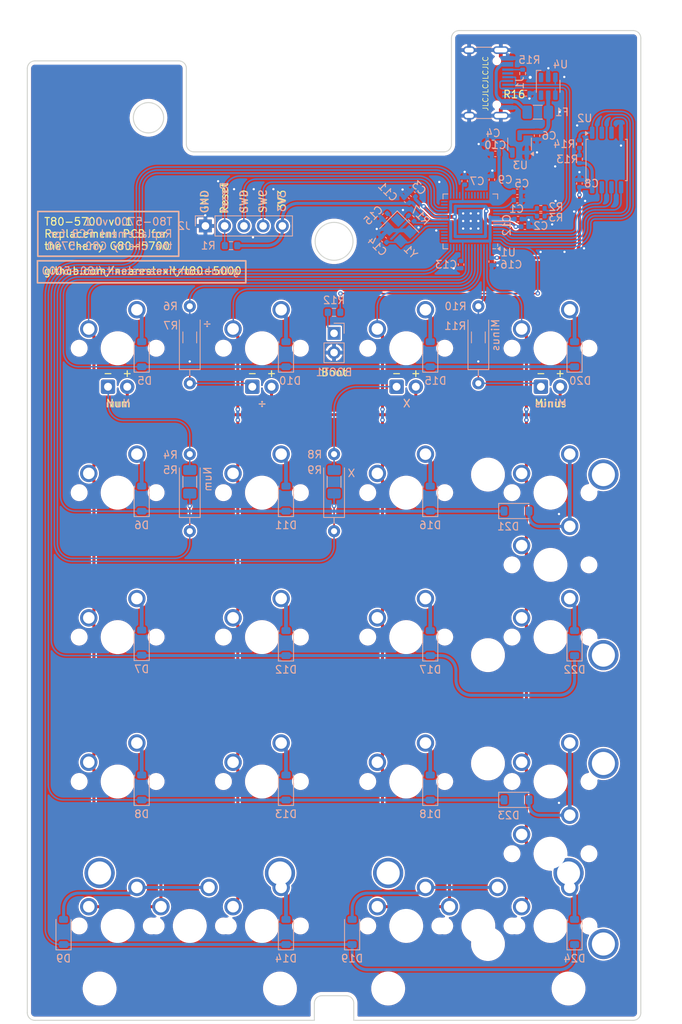
<source format=kicad_pcb>
(kicad_pcb (version 20240108) (generator "pcbnew") (generator_version "8.0")
  (layers (0 "F.Cu" signal) (31 "B.Cu" signal) (34 "B.Paste" user) (35 "F.Paste" user) (36 "B.SilkS" user "B.Silkscreen") (37 "F.SilkS" user "F.Silkscreen") (38 "B.Mask" user) (39 "F.Mask" user) (44 "Edge.Cuts" user))
  (net 0 "")
  (net 1 "GND")
  (net 2 "Net-(BOOT1-Pin_1)")
  (net 3 "+1V1")
  (net 4 "+3V3")
  (net 5 "+5V")
  (net 6 "XIN")
  (net 7 "Net-(C15-Pad2)")
  (net 8 "Net-(D1-K)")
  (net 9 "ROW0")
  (net 10 "ROW1")
  (net 11 "ROW2")
  (net 12 "ROW3")
  (net 13 "Net-(D5-A)")
  (net 14 "Net-(D6-A)")
  (net 15 "ROW4")
  (net 16 "Net-(D12-A)")
  (net 17 "Net-(D13-A)")
  (net 18 "Net-(D14-A)")
  (net 19 "Net-(D15-A)")
  (net 20 "Net-(D16-A)")
  (net 21 "Net-(D22-A)")
  (net 22 "Net-(D23-A)")
  (net 23 "Net-(D24-A)")
  (net 24 "VBUS")
  (net 27 "D+")
  (net 28 "Net-(J1-CC1)")
  (net 29 "D-")
  (net 30 "Net-(J1-CC2)")
  (net 31 "SWD")
  (net 32 "RESET")
  (net 33 "SWC")
  (net 34 "COL0")
  (net 35 "COL1")
  (net 36 "COL2")
  (net 37 "COL3")
  (net 38 "Net-(U1-USB_DP)")
  (net 39 "Net-(U1-USB_DM)")
  (net 40 "LED_NLK")
  (net 41 "Q_CS")
  (net 42 "XOUT")
  (net 43 "LED_DIV")
  (net 44 "LED_MULT")
  (net 45 "LED_MINUS")
  (net 46 "Q_IO0")
  (net 48 "Q_IO1")
  (net 50 "Q_IO3")
  (net 51 "Q_CLK")
  (net 54 "Q_IO2")
  (net 58 "Net-(D2-K)")
  (net 59 "Net-(D3-K)")
  (net 60 "Net-(D4-K)")
  (net 61 "Net-(D7-A)")
  (net 62 "Net-(D8-A)")
  (net 63 "Net-(D9-A)")
  (net 64 "Net-(D10-A)")
  (net 65 "Net-(D11-A)")
  (net 66 "Net-(D17-A)")
  (net 67 "Net-(D18-A)")
  (net 68 "Net-(D19-A)")
  (net 69 "Net-(D20-A)")
  (net 70 "Net-(D21-A)")
  (net 71 "Net-(R13-Pad1)")
  (footprint "PCM_marbastlib-mx:SW_MX_1u" (layer "F.Cu") (at 59.53125 116.68125)
    (property "Reference" "MX4")
    (property "Value" "MX_SW_HS")
  )
  (footprint "PCM_marbastlib-mx:SW_MX_1u" (layer "F.Cu") (at 78.58125 116.68125)
    (property "Reference" "MX10")
    (property "Value" "MX_SW_HS")
  )
  (footprint "PCM_marbastlib-mx:SW_MX_1u" (layer "F.Cu") (at 78.58125 97.63125)
    (property "Reference" "MX9")
    (property "Value" "MX_SW_HS")
  )
  (footprint "PCM_marbastlib-mx:SW_MX_1u" (layer "F.Cu") (at 59.53125 97.63125)
    (property "Reference" "MX3")
    (property "Value" "MX_SW_HS")
  )
  (footprint "PCM_marbastlib-mx:SW_MX_1u" (layer "F.Cu") (at 78.58125 78.58125)
    (property "Reference" "MX8")
    (property "Value" "MX_SW_HS")
  )
  (footprint "PCM_marbastlib-mx:SW_MX_1u" (layer "F.Cu") (at 116.68125 88.10625)
    (property "Reference" "MX23")
    (property "Value" "MX_SW_HS")
  )
  (footprint "PCM_marbastlib-mx:SW_MX_1u" (layer "F.Cu") (at 59.53125 59.53125)
    (property "Reference" "MX1")
    (property "Value" "MX_SW_HS")
  )
  (footprint "PCM_marbastlib-mx:SW_MX_1u" (layer "F.Cu") (at 116.68125 97.63125)
    (property "Reference" "MX20")
    (property "Value" "MX_SW_HS")
  )
  (footprint "PCM_marbastlib-mx:SW_MX_1u" (layer "F.Cu") (at 116.68125 126.20625)
    (property "Reference" "MX24")
    (property "Value" "MX_SW_HS")
  )
  (footprint "PCM_marbastlib-mx:SW_MX_1u" (layer "F.Cu") (at 116.68125 59.53125)
    (property "Reference" "MX18")
    (property "Value" "MX_SW_HS")
  )
  (footprint "PCM_marbastlib-mx:SW_MX_1u" (layer "F.Cu") (at 78.58125 135.73125)
    (property "Reference" "MX11")
    (property "Value" "MX_SW_HS")
  )
  (footprint "PCM_marbastlib-mx:SW_MX_1u" (layer "F.Cu") (at 97.63125 59.53125)
    (property "Reference" "MX12")
    (property "Value" "MX_SW_HS")
  )
  (footprint "PCM_marbastlib-mx:SW_MX_1u" (layer "F.Cu") (at 116.68125 116.68125)
    (property "Reference" "MX21")
    (property "Value" "MX_SW_HS")
  )
  (footprint "PCM_marbastlib-mx:SW_MX_1u" (layer "F.Cu") (at 97.63125 97.63125)
    (property "Reference" "MX14")
    (property "Value" "MX_SW_HS")
  )
  (footprint "PCM_marbastlib-mx:SW_MX_1u" (layer "F.Cu") (at 97.63125 135.73125)
    (property "Reference" "MX16")
    (property "Value" "MX_SW_HS")
  )
  (footprint "PCM_marbastlib-mx:SW_MX_1u" (layer "F.Cu") (at 107.15625 135.73125)
    (property "Reference" "MX17")
    (property "Value" "MX_SW_HS")
  )
  (footprint "PCM_marbastlib-mx:SW_MX_1u" (layer "F.Cu") (at 59.53125 135.73125)
    (property "Reference" "MX5")
    (property "Value" "MX_SW_HS")
  )
  (footprint "PCM_marbastlib-mx:SW_MX_1u" (layer "F.Cu") (at 59.53125 78.58125)
    (property "Reference" "MX2")
    (property "Value" "MX_SW_HS")
  )
  (footprint "PCM_marbastlib-mx:SW_MX_1u" (layer "F.Cu") (at 97.63125 116.68125)
    (property "Reference" "MX15")
    (property "Value" "MX_SW_HS")
  )
  (footprint "PCM_marbastlib-mx:SW_MX_1u" (layer "F.Cu") (at 116.68125 135.73125)
    (property "Reference" "MX22")
    (property "Value" "MX_SW_HS")
  )
  (footprint "PCM_marbastlib-mx:SW_MX_1u" (layer "F.Cu") (at 97.63125 78.58125)
    (property "Reference" "MX13")
    (property "Value" "MX_SW_HS")
  )
  (footprint "PCM_marbastlib-mx:SW_MX_1u" (layer "F.Cu") (at 69.05625 135.73125)
    (property "Reference" "MX6")
    (property "Value" "MX_SW_HS")
  )
  (footprint "PCM_marbastlib-mx:SW_MX_1u" (layer "F.Cu") (at 116.68125 78.58125)
    (property "Reference" "MX19")
    (property "Value" "MX_SW_HS")
  )
  (footprint "PCM_marbastlib-mx:SW_MX_1u" (layer "F.Cu") (at 78.58125 59.53125)
    (property "Reference" "MX7")
    (property "Value" "MX_SW_HS")
  )
  (footprint "Connector_PinHeader_2.54mm:PinHeader_1x02_P2.54mm_Vertical" (layer "B.Cu") (at 88.10625 57.5625 180)
    (property "Reference" "BOOT1")
    (property "Value" "Conn_01x02")
  )
  (footprint "Capacitor_SMD:C_0402_1005Metric" (layer "B.Cu") (at 97.710589 40 135)
    (property "Reference" "C11")
    (property "Value" "100n")
  )
  (footprint "PCM_marbastlib-mx:LED_MX_3mm" (layer "B.Cu") (at 97.63125 64.61175 180)
    (property "Reference" "D3" (hide yes))
    (property "Value" "LED_Small")
  )
  (footprint "g80-5000:D_SOD-123-ShiftedSoldermask" (layer "B.Cu") (at 81.75625 60.325 90)
    (property "Reference" "D10")
    (property "Value" "D_Small")
  )
  (footprint "Capacitor_SMD:C_0402_1005Metric" (layer "B.Cu") (at 108.95 37.3 90)
    (property "Reference" "C9")
    (property "Value" "100n")
  )
  (footprint "Capacitor_SMD:C_0402_1005Metric" (layer "B.Cu") (at 114.9 31.5 -90)
    (property "Reference" "C6")
    (property "Value" "1u")
  )
  (footprint "Resistor_SMD:R_0402_1005Metric" (layer "B.Cu") (at 113 23.3 -90)
    (property "Reference" "R15")
    (property "Value" "5.1k")
  )
  (footprint "Capacitor_SMD:C_0402_1005Metric" (layer "B.Cu") (at 112.3 38.9)
    (property "Reference" "C5")
    (property "Value" "1u")
  )
  (footprint "Resistor_THT:R_Axial_DIN0207_L6.3mm_D2.5mm_P10.16mm_Horizontal" (layer "B.Cu") (at 69.05625 54 -90)
    (property "Reference" "R6")
    (property "Value" "300")
  )
  (footprint "Resistor_SMD:R_0603_1608Metric" (layer "B.Cu") (at 88.1 54.8)
    (property "Reference" "R12")
    (property "Value" "1k")
  )
  (footprint "Resistor_SMD:R_1206_3216Metric_Pad1.30x1.75mm_HandSolder" (layer "B.Cu") (at 88.10625 77.15 -90)
    (property "Reference" "R9")
    (property "Value" "300")
  )
  (footprint "g80-5000:D_SOD-123-ShiftedSoldermask" (layer "B.Cu") (at 100.80625 98.425 90)
    (property "Reference" "D17")
    (property "Value" "D_Small")
  )
  (footprint "Resistor_SMD:R_1206_3216Metric_Pad1.30x1.75mm_HandSolder" (layer "B.Cu") (at 107.15625 58.1 90)
    (property "Reference" "R11")
    (property "Value" "300")
  )
  (footprint "g80-5000:D_SOD-123-ShiftedSoldermask" (layer "B.Cu") (at 81.75625 136.525 90)
    (property "Reference" "D14")
    (property "Value" "D_Small")
  )
  (footprint "Package_SO:SOIC-8_5.23x5.23mm_P1.27mm" (layer "B.Cu") (at 124.09 34.7 -90)
    (property "Reference" "U2")
    (property "Value" "W25Q128JVS")
  )
  (footprint "g80-5000:D_SOD-123-ShiftedSoldermask" (layer "B.Cu") (at 62.70625 98.3625 90)
    (property "Reference" "D7")
    (property "Value" "D_Small")
  )
  (footprint "Connector_PinHeader_2.54mm:PinHeader_1x05_P2.54mm_Vertical" (layer "B.Cu") (at 71.12 43.4 -90)
    (property "Reference" "J2")
    (property "Value" "Conn_01x05")
  )
  (footprint "g80-5000:D_SOD-123-ShiftedSoldermask" (layer "B.Cu") (at 52.3875 136.525 90)
    (property "Reference" "D9")
    (property "Value" "D_Small")
  )
  (footprint "g80-5000:D_SOD-123-ShiftedSoldermask" (layer "B.Cu") (at 100.80625 117.475 90)
    (property "Reference" "D18")
    (property "Value" "D_Small")
  )
  (footprint "g80-5000:D_SOD-123-ShiftedSoldermask" (layer "B.Cu") (at 100.80625 60.325 90)
    (property "Reference" "D15")
    (property "Value" "D_Small")
  )
  (footprint "Package_DFN_QFN:QFN-56-1EP_7x7mm_P0.4mm_EP3.2x3.2mm" (layer "B.Cu") (at 106.1 42.8 90)
    (property "Reference" "U1")
    (property "Value" "RP2040")
  )
  (footprint "Resistor_SMD:R_0402_1005Metric" (layer "B.Cu") (at 115.4 41.1)
    (property "Reference" "R3")
    (property "Value" "27R")
  )
  (footprint "PCM_marbastlib-mx:LED_MX_3mm" (layer "B.Cu") (at 78.58125 64.61175 180)
    (property "Reference" "D2" (hide yes))
    (property "Value" "LED_Small")
  )
  (footprint "g80-5000:D_SOD-123-ShiftedSoldermask" (layer "B.Cu") (at 119.85625 60.325 90)
    (property "Reference" "D20")
    (property "Value" "D_Small")
  )
  (footprint "g80-5000:D_SOD-123-ShiftedSoldermask" (layer "B.Cu") (at 119.85625 98.425 90)
    (property "Reference" "D22")
    (property "Value" "D_Small")
  )
  (footprint "Capacitor_SMD:C_0402_1005Metric" (layer "B.Cu") (at 113.3 43.5)
    (property "Reference" "C2")
    (property "Value" "100n")
  )
  (footprint "PCM_marbastlib-various:SOT-23-6-routable" (layer "B.Cu") (at 116.373108 24.984206 -90)
    (property "Reference" "U4")
    (property "Value" "SRV05-4")
  )
  (footprint "PCM_marbastlib-mx:STAB_MX_P_2u" (layer "B.Cu") (at 107.15625 135.73125 180)
    (property "Reference" "S2" (hide yes))
    (property "Value" "MX_stab")
  )
  (footprint "Crystal:Crystal_SMD_3225-4Pin_3.2x2.5mm" (layer "B.Cu") (at 96.7 44 -45)
    (property "Reference" "Y1")
    (property "Value" "Crystal_GND24")
  )
  (footprint "g80-5000:D_SOD-123-ShiftedSoldermask" (layer "B.Cu") (at 112.2 81)
    (property "Reference" "D21")
    (property "Value" "D_Small")
  )
  (footprint "Resistor_THT:R_Axial_DIN0207_L6.3mm_D2.5mm_P10.16mm_Horizontal" (layer "B.Cu") (at 107.15625 54 -90)
    (property "Reference" "R10")
    (property "Value" "300")
  )
  (footprint "Capacitor_SMD:C_0402_1005Metric" (layer "B.Cu") (at 105.35 37.47 90)
    (property "Reference" "C7")
    (property "Value" "100n")
  )
  (footprint "Resistor_SMD:R_1206_3216Metric_Pad1.30x1.75mm_HandSolder" (layer "B.Cu") (at 69.05625 77.15 -90)
    (property "Reference" "R5")
    (property "Value" "300")
  )
  (footprint "g80-5000:D_SOD-123-ShiftedSoldermask" (layer "B.Cu") (at 81.75625 98.425 90)
    (property "Reference" "D12")
    (property "Value" "D_Small")
  )
  (footprint "PCM_marbastlib-mx:STAB_MX_P_2u" (layer "B.Cu") (at 116.68125 88.10625 90)
    (property "Reference" "S4" (hide yes))
    (property "Value" "MX_stab")
  )
  (footprint "Capacitor_SMD:C_0402_1005Metric" (layer "B.Cu") (at 94.7 45.2 -45)
    (property "Reference" "C14")
    (property "Value" "22p")
  )
  (footprint "Capacitor_SMD:C_0603_1608Metric" (layer "B.Cu") (at 109.1 32.6 180)
    (property "Reference" "C4")
    (property "Value" "10u")
  )
  (footprint "Resistor_THT:R_Axial_DIN0207_L6.3mm_D2.5mm_P10.16mm_Horizontal" (layer "B.Cu") (at 69.05625 83.66125 90)
    (property "Reference" "R4")
    (property "Value" "300")
  )
  (footprint "g80-5000:D_SOD-123-ShiftedSoldermask" (layer "B.Cu") (at 62.70625 79.375 90)
    (property "Reference" "D6")
    (property "Value" "D_Small")
  )
  (footprint "Capacitor_SMD:C_0402_1005Metric" (layer "B.Cu") (at 98.5 39.2 135)
    (property "Reference" "C3")
    (property "Value" "100n")
  )
  (footprint "Resistor_SMD:R_0402_1005Metric" (layer "B.Cu") (at 98.3 42.4 -45)
    (property "Reference" "R17")
    (property "Value" "1k")
  )
  (footprint "Resistor_SMD:R_1206_3216Metric_Pad1.30x1.75mm_HandSolder" (layer "B.Cu") (at 69.05625 58.1 90)
    (property "Reference" "R7")
    (property "Value" "300")
  )
  (footprint "g80-5000:D_SOD-123-ShiftedSoldermask" (layer "B.Cu") (at 112.2 119.1)
    (property "Reference" "D23")
    (property "Value" "D_Small")
  )
  (footprint "Resistor_SMD:R_0402_1005Metric" (layer "B.Cu") (at 120.5 34.6 -90)
    (property "Reference" "R13")
    (property "Value" "5.1k")
  )
  (footprint "Capacitor_SMD:C_0402_1005Metric" (layer "B.Cu") (at 120.5 37.8 90)
    (property "Reference" "C8")
    (property "Value" "100nF")
  )
  (footprint "Resistor_SMD:R_0402_1005Metric" (layer "B.Cu") (at 120.5 32.6 -90)
    (property "Reference" "R14")
    (property "Value" "5.1k")
  )
  (footprint "Resistor_SMD:R_0402_1005Metric" (layer "B.Cu") (at 113.4 25.9)
    (property "Reference" "R16")
    (property "Value" "5.1k")
  )
  (footprint "g80-5000:D_SOD-123-ShiftedSoldermask" (layer "B.Cu") (at 62.70625 60.325 90)
    (property "Reference" "D5")
    (property "Value" "D_Small")
  )
  (footprint "Capacitor_SMD:C_0402_1005Metric" (layer "B.Cu") (at 104.88 48.5 -90)
    (property "Reference" "C13")
    (property "Value" "100n")
  )
  (footprint "Resistor_THT:R_Axial_DIN0207_L6.3mm_D2.5mm_P10.16mm_Horizontal" (layer "B.Cu") (at 88.10625 83.66125 90)
    (property "Reference" "R8")
    (property "Value" "309")
  )
  (footprint "Capacitor_SMD:C_0402_1005Metric" (layer "B.Cu") (at 108.91 48.1 -90)
    (property "Reference" "C16")
    (property "Value" "100n")
  )
  (footprint "g80-5000:D_SOD-123-ShiftedSoldermask" (layer "B.Cu") (at 62.70625 117.475 90)
    (property "Reference" "D8")
    (property "Value" "D_Small")
  )
  (footprint "Capacitor_SMD:C_0402_1005Metric" (layer "B.Cu") (at 112.3 40)
    (property "Reference" "C1")
    (property "Value" "1u")
  )
  (footprint "g80-5000:D_SOD-123-ShiftedSoldermask" (layer "B.Cu") (at 81.75625 79.375 90)
    (property "Reference" "D11")
    (property "Value" "D_Small")
  )
  (footprint "PCM_marbastlib-mx:STAB_MX_P_2u" (layer "B.Cu") (at 116.68125 126.20625 90)
    (property "Reference" "S3" (hide yes))
    (property "Value" "MX_stab")
  )
  (footprint "Resistor_SMD:R_0603_1608Metric" (layer "B.Cu") (at 74.5 46)
    (property "Reference" "R1")
    (property "Value" "5.1k")
  )
  (footprint "PCM_marbastlib-mx:LED_MX_3mm" (layer "B.Cu") (at 59.53125 64.61175 180)
    (property "Reference" "D1" (hide yes))
    (property "Value" "LED_Small")
  )
  (footprint "PCM_marbastlib-mx:LED_MX_3mm" (layer "B.Cu") (at 116.68125 64.61175 180)
    (property "Reference" "D4" (hide yes))
    (property "Value" "LED_Small")
  )
  (footprint "Capacitor_SMD:C_0402_1005Metric" (layer "B.Cu") (at 112.4 42.5)
    (property "Reference" "C12")
    (property "Value" "100n")
  )
  (footprint "Resistor_SMD:R_0402_1005Metric" (layer "B.Cu") (at 115.4 42.1 180)
    (property "Reference" "R2")
    (property "Value" "27R")
  )
  (footprint "Fuse:Fuse_1206_3216Metric" (layer "B.Cu") (at 115 28.4)
    (property "Reference" "F1")
    (property "Value" "500mA")
  )
  (footprint "Package_TO_SOT_SMD:SOT-23-3" (layer "B.Cu") (at 112.6 32.6 90)
    (property "Reference" "U3")
    (property "Value" "XC6206PxxxMR")
  )
  (footprint "g80-5000:D_SOD-123-ShiftedSoldermask" (layer "B.Cu") (at 81.75625 117.475 90)
    (property "Reference" "D13")
    (property "Value" "D_Small")
  )
  (footprint "g80-5000:D_SOD-123-ShiftedSoldermask" (layer "B.Cu") (at 119.85625 136.525 90)
    (property "Reference" "D24")
    (property "Value" "D_Small")
  )
  (footprint "g80-5000:D_SOD-123-ShiftedSoldermask" (layer "B.Cu") (at 90.4875 136.525 90)
    (property "Reference" "D19")
    (property "Value" "D_Small")
  )
  (footprint "PCM_marbastlib-mx:STAB_MX_P_2u" (layer "B.Cu") (at 69.05625 135.73125 180)
    (property "Reference" "S1" (hide yes))
    (property "Value" "MX_stab")
  )
  (footprint "Capacitor_SMD:C_0402_1005Metric" (layer "B.Cu") (at 94.8 42.1 45)
    (property "Reference" "C15")
    (property "Value" "22p")
  )
  (footprint "g80-5000:D_SOD-123-ShiftedSoldermask" (layer "B.Cu") (at 100.80625 79.375 90)
    (property "Reference" "D16")
    (property "Value" "D_Small")
  )
  (footprint "Capacitor_SMD:C_0402_1005Metric" (layer "B.Cu") (at 109.4 33.9 180)
    (property "Reference" "C10")
    (property "Value" "1u")
  )
  (footprint "PCM_marbastlib-various:USB_C_Receptacle_HRO_TYPE-C-31-M-12" (layer "B.Cu") (at 106.99 24.5312 90)
    (property "Reference" "J1")
    (property "Value" "USB_C_Receptacle_USB2.0")
  )
  (gr_line (start 86.510292 144.93125) (end 89.706392 144.93125) (stroke (width 0.13)) (layer "Edge.Cuts"))
  (gr_line (start 90.70625 148.18125) (end 127.60625 148.18125) (stroke (width 0.13)) (layer "Edge.Cuts"))
  (gr_line (start 90.70625 145.943513) (end 90.70625 148.18125) (stroke (width 0.13)) (layer "Edge.Cuts"))
  (gr_circle (center 88.10625 45.43125) (end 90.60625 45.43125) (stroke (width 0.13)) (fill none) (layer "Edge.Cuts"))
  (gr_circle (center 63.60625 29.13125) (end 65.60625 29.13125) (stroke (width 0.13)) (fill none) (layer "Edge.Cuts"))
  (gr_arc (start 85.50625 145.931285) (mid 85.800576 145.222743) (end 86.510292 144.93125) (stroke (width 0.13)) (layer "Edge.Cuts"))
  (gr_line (start 104.610292 17.63125) (end 127.606292 17.63125) (stroke (width 0.13)) (layer "Edge.Cuts"))
  (gr_line (start 102.60625 33.63125) (end 69.606392 33.63125) (stroke (width 0.13)) (layer "Edge.Cuts"))
  (gr_line (start 128.60625 147.181285) (end 128.60625 18.618857) (stroke (width 0.13)) (layer "Edge.Cuts"))
  (gr_arc (start 128.60625 147.181285) (mid 128.313359 147.888384) (end 127.60625 148.18125) (stroke (width 0.13)) (layer "Edge.Cuts"))
  (gr_arc (start 89.706392 144.93125) (mid 90.417779 145.228522) (end 90.70625 145.943513) (stroke (width 0.13)) (layer "Edge.Cuts"))
  (gr_arc (start 67.606292 21.63125) (mid 68.309026 21.919769) (end 68.60625 22.618857) (stroke (width 0.13)) (layer "Edge.Cuts"))
  (gr_line (start 68.606327 32.631185) (end 68.60625 32.631185) (stroke (width 0.13)) (layer "Edge.Cuts"))
  (gr_arc (start 48.606292 148.18125) (mid 47.899185 147.888328) (end 47.606327 147.181185) (stroke (width 0.13)) (layer "Edge.Cuts"))
  (gr_arc (start 127.606292 17.63125) (mid 128.309026 17.919769) (end 128.60625 18.618857) (stroke (width 0.13)) (layer "Edge.Cuts"))
  (gr_line (start 85.50625 148.18125) (end 85.50625 145.931285) (stroke (width 0.13)) (layer "Edge.Cuts"))
  (gr_line (start 47.60625 22.631285) (end 47.60625 147.181185) (stroke (width 0.13)) (layer "Edge.Cuts"))
  (gr_line (start 103.60625 18.631285) (end 103.60625 32.631285) (stroke (width 0.13)) (layer "Edge.Cuts"))
  (gr_line (start 68.60625 32.631185) (end 68.60625 22.618857) (stroke (width 0.13)) (layer "Edge.Cuts"))
  (gr_arc (start 103.60625 18.631285) (mid 103.900576 17.922743) (end 104.610292 17.63125) (stroke (width 0.13)) (layer "Edge.Cuts"))
  (gr_line (start 47.606327 147.181185) (end 47.60625 147.181185) (stroke (width 0.13)) (layer "Edge.Cuts"))
  (gr_line (start 67.606292 21.63125) (end 48.602292 21.63125) (stroke (width 0.13)) (layer "Edge.Cuts"))
  (gr_arc (start 69.606392 33.63125) (mid 68.89922 33.338363) (end 68.606327 32.631185) (stroke (width 0.13)) (layer "Edge.Cuts"))
  (gr_line (start 48.606292 148.18125) (end 85.50625 148.18125) (stroke (width 0.13)) (layer "Edge.Cuts"))
  (gr_arc (start 103.60625 32.631285) (mid 103.313359 33.338384) (end 102.60625 33.63125) (stroke (width 0.13)) (layer "Edge.Cuts"))
  (gr_arc (start 47.60625 22.631285) (mid 47.897748 21.925571) (end 48.602292 21.63125) (stroke (width 0.13)) (layer "Edge.Cuts"))
  (gr_text "3V3" (at 81.8 38.7 90) (layer "B.SilkS") (effects (font (size 1 1)) (justify left bottom mirror)))
  (gr_text "X" (at 97.7 67.4 0) (layer "B.SilkS") (effects (font (size 1 1)) (justify bottom mirror)))
  (gr_text "÷" (at 71.35 56.85 0) (layer "B.SilkS") (effects (font (size 1 1)) (justify bottom mirror)))
  (gr_text "GND" (at 71.6 38.6 90) (layer "B.SilkS") (effects (font (size 1 1)) (justify left bottom mirror)))
  (gr_text "Reset" (at 74.2 37.5 90) (layer "B.SilkS") (effects (font (size 1 1)) (justify left bottom mirror)))
  (gr_text "÷" (at 78.6 67.4 0) (layer "B.SilkS") (effects (font (size 1 1)) (justify bottom mirror)))
  (gr_text "SWD" (at 76.8 38.6 90) (layer "B.SilkS") (effects (font (size 1 1)) (justify left bottom mirror)))
  (gr_text "Num" (at 72 75.05 90) (layer "B.SilkS") (effects (font (size 1 1)) (justify left bottom mirror)))
  (gr_text "Num" (at 61.3 67.4 -0) (layer "B.SilkS") (effects (font (size 1 1)) (justify left bottom mirror)))
  (gr_text "X" (at 90.4 76.6 0) (layer "B.SilkS") (effects (font (size 1 1)) (justify bottom mirror)))
  (gr_text "Minus" (at 116.7 67.4 0) (layer "B.SilkS") (effects (font (size 1 1)) (justify bottom mirror)))
  (gr_text "Minus" (at 110 57.8 90) (layer "B.SilkS") (effects (font (size 1 1)) (justify bottom mirror)))
  (gr_text "SWC" (at 79.3 38.5 90) (layer "B.SilkS") (effects (font (size 1 1)) (justify left bottom mirror)))
  (gr_text "SWC" (at 79.3 41.8 90) (layer "F.SilkS") (effects (font (size 1 1)) (justify left bottom)))
  (gr_text "Num" (at 57.9 67.4 0) (layer "F.SilkS") (effects (font (size 1 1)) (justify left bottom)))
  (gr_text "Minus" (at 116.7 67.4 0) (layer "F.SilkS") (effects (font (size 1 1)) (justify bottom)))
  (gr_text "X" (at 97.7 67.4 0) (layer "F.SilkS") (effects (font (size 1 1)) (justify bottom)))
  (gr_text "Boot" (at 86.3 63.3 0) (layer "F.SilkS") (effects (font (size 1 1)) (justify left bottom)))
  (gr_text "3V3" (at 81.8 41.5 90) (layer "F.SilkS") (effects (font (size 1 1)) (justify left bottom)))
  (gr_text "GND" (at 71.6 41.8 90) (layer "F.SilkS") (effects (font (size 1 1)) (justify left bottom)))
  (gr_text "÷" (at 78.6 67.4 0) (layer "F.SilkS") (effects (font (size 1 1)) (justify bottom)))
  (gr_text "JLCJLCJLCJLC" (at 108.10625 24.63125 90) (layer "F.SilkS") (effects (font (size 0.7 0.7) (thickness 0.1))))
  (gr_text "Reset" (at 74.2 41.9 90) (layer "F.SilkS") (effects (font (size 1 1)) (justify left bottom)))
  (gr_text "SWD" (at 76.8 41.8 90) (layer "F.SilkS") (effects (font (size 1 1)) (justify left bottom)))
  (gr_text_box "github.com/nearestexit/t80-5000" (start 48.95 48) (end 76.45 50.9) (layer "B.SilkS") (effects (font (size 1 1)) (justify left top mirror)) (border yes) (stroke (width 0.2)))
  (gr_text_box "T80-5700 v0.1\nReplacement PCB for the Cherry G80-5700" (start 49 41.5) (end 67.6 47.4) (layer "B.SilkS") (effects (font (size 1 1)) (justify left top mirror)) (border yes) (stroke (width 0.2)))
  (gr_text_box "T80-5700 v0.1\nReplacement PCB for the Cherry G80-5700" (start 49 41.5) (end 67.6 47.4) (layer "F.SilkS") (effects (font (size 1 1)) (justify left top)) (border yes) (stroke (width 0.2)))
  (gr_text_box "github.com/nearestexit/t80-5000" (start 48.95 48) (end 76.45 50.9) (layer "F.SilkS") (effects (font (size 1 1)) (justify left top)) (border yes) (stroke (width 0.2)))
  (segment (start 105.94 28.8512) (end 110.12 28.8512) (width 0.5) (layer "F.Cu") (net 1))
  (segment (start 105.94 20.2112) (end 110.12 20.2112) (width 0.5) (layer "F.Cu") (net 1))
  (via (at 99.261472 43.6) (size 0.6) (drill 0.3) (layers "F.Cu" "B.Cu") (net 1))
  (via (at 121.25 40.1) (size 0.6) (drill 0.3) (layers "F.Cu" "B.Cu") (net 1))
  (via (at 117.8 81.4) (size 0.6) (drill 0.3) (layers "F.Cu" "B.Cu") (net 1))
  (via (at 101.6 44) (size 0.6) (drill 0.3) (layers "F.Cu" "B.Cu") (net 1))
  (via (at 118.5 23.75) (size 0.6) (drill 0.3) (layers "F.Cu" "B.Cu") (net 1))
  (via (at 117.3 35.55) (size 0.6) (drill 0.3) (layers "F.Cu" "B.Cu") (net 1))
  (via (at 109 36.1) (size 0.6) (drill 0.3) (layers "F.Cu" "B.Cu") (net 1))
  (via (at 103.9 49) (size 0.6) (drill 0.3) (layers "F.Cu" "B.Cu") (net 1))
  (via (at 105.15 42.75) (size 0.6) (drill 0.3) (layers "F.Cu" "B.Cu") (net 1))
  (via (at 114 23.8) (size 0.8) (drill 0.4) (layers "F.Cu" "B.Cu") (net 1))
  (via (at 113.9 26.6) (size 0.6) (drill 0.3) (layers "F.Cu" "B.Cu") (net 1))
  (via (at 97.15 38.6) (size 0.6) (drill 0.3) (layers "F.Cu" "B.Cu") (net 1))
  (via (at 105.15 41.75) (size 0.6) (drill 0.3) (layers "F.Cu" "B.Cu") (net 1))
  (via (at 107.2 32.6) (size 0.6) (drill 0.3) (layers "F.Cu" "B.Cu") (net 1))
  (via (at 119.8 41.5) (size 0.6) (drill 0.3) (layers "F.Cu" "B.Cu") (net 1))
  (via (at 74.9 38.55) (size 0.6) (drill 0.3) (layers "F.Cu" "B.Cu") (net 1))
  (via (at 97.2 41.3) (size 0.6) (drill 0.3) (layers "F.Cu" "B.Cu") (net 1))
  (via (at 93.74 43.8) (size 0.6) (drill 0.3) (layers "F.Cu" "B.Cu") (net 1))
  (via (at 117.9 28.35) (size 0.6) (drill 0.3) (layers "F.Cu" "B.Cu") (net 1))
  (via (at 113.8 42.6) (size 0.6) (drill 0.3) (layers "F.Cu" "B.Cu") (net 1))
  (via (at 114.9 33.7) (size 0.6) (drill 0.3) (layers "F.Cu" "B.Cu") (net 1))
  (via (at 106.15 43.75) (size 0.6) (drill 0.3) (layers "F.Cu" "B.Cu") (net 1))
  (via (at 77.4 44.9) (size 0.6) (drill 0.3) (layers "F.Cu" "B.Cu") (net 1))
  (via (at 80.1 38.55) (size 0.6) (drill 0.3) (layers "F.Cu" "B.Cu") (net 1))
  (via (at 71.1 42) (size 0.6) (drill 0.3) (layers "F.Cu" "B.Cu") (net 1))
  (via (at 106.15 41.75) (size 0.6) (drill 0.3) (layers "F.Cu" "B.Cu") (net 1))
  (via (at 105.15 43.75) (size 0.6) (drill 0.3) (layers "F.Cu" "B.Cu") (net 1))
  (via (at 105.35 36.27) (size 0.6) (drill 0.3) (layers "F.Cu" "B.Cu") (net 1))
  (via (at 72.8 37.5) (size 0.6) (drill 0.3) (layers "F.Cu" "B.Cu") (net 1))
  (via (at 102 37.6) (size 0.6) (drill 0.3) (layers "F.Cu" "B.Cu") (net 1))
  (via (at 116.4 22.6) (size 0.6) (drill 0.3) (layers "F.Cu" "B.Cu") (net 1))
  (via (at 116.9 43.2) (size 0.6) (drill 0.3) (layers "F.Cu" "B.Cu") (net 1))
  (via (at 107.15 42.75) (size 0.6) (drill 0.3) (layers "F.Cu" "B.Cu") (net 1))
  (via (at 106.15 42.75) (size 0.6) (drill 0.3) (layers "F.Cu" "B.Cu") (net 1))
  (via (at 120.5 36.3) (size 0.6) (drill 0.3) (layers "F.Cu" "B.Cu") (net 1))
  (via (at 121.106774 46.357204) (size 0.6) (drill 0.3) (layers "F.Cu" "B.Cu") (net 1))
  (via (at 125.99 32.8) (size 0.6) (drill 0.3) (layers "F.Cu" "B.Cu") (net 1))
  (via (at 107.15 41.75) (size 0.6) (drill 0.3) (layers "F.Cu" "B.Cu") (net 1))
  (via (at 117.8 119.5) (size 0.6) (drill 0.3) (layers "F.Cu" "B.Cu") (net 1))
  (via (at 117.35 40.1) (size 0.6) (drill 0.3) (layers "F.Cu" "B.Cu") (net 1))
  (via (at 115.37302 46.830343) (size 0.6) (drill 0.3) (layers "F.Cu" "B.Cu") (net 1))
  (via (at 120.2 30.15) (size 0.6) (drill 0.3) (layers "F.Cu" "B.Cu") (net 1))
  (via (at 109.7 48.6) (size 0.6) (drill 0.3) (layers "F.Cu" "B.Cu") (net 1))
  (via (at 77.5 38.55) (size 0.6) (drill 0.3) (layers "F.Cu" "B.Cu") (net 1))
  (via (at 118.530057 46.821612) (size 0.6) (drill 0.3) (layers "F.Cu" "B.Cu") (net 1))
  (via (at 107.15 43.75) (size 0.6) (drill 0.3) (layers "F.Cu" "B.Cu") (net 1))
  (segment (start 103.92 48.98) (end 103.9 49) (width 0.5) (layer "B.Cu") (net 1))
  (segment (start 113.99 23.81) (end 114 23.8) (width 0.5) (layer "B.Cu") (net 1))
  (segment (start 114.8625 33.7375) (end 114.9 33.7) (width 0.5) (layer "B.Cu") (net 1))
  (segment (start 113.78 43.5) (end 113.78 42.62) (width 0.5) (layer "B.Cu") (net 1))
  (segment (start 94.360589 44.783776) (end 95.321142 43.823223) (width 0.5) (layer "B.Cu") (net 1))
  (segment (start 102.6625 43.8) (end 101.8 43.8) (width 0.2) (layer "B.Cu") (net 1))
  (segment (start 95.321142 43.823223) (end 95.4883 43.990381) (width 0.5) (layer "B.Cu") (net 1))
  (segment (start 108.325 32.6) (end 107.2 32.6) (width 0.5) (layer "B.Cu") (net 1))
  (segment (start 95.4883 43.990381) (end 97.892462 43.990381) (width 0.5) (layer "B.Cu") (net 1))
  (segment (start 113.91 25.9) (end 113.91 26.59) (width 0.5) (layer "B.Cu") (net 1))
  (segment (start 108.95 36.82) (end 108.95 36.15) (width 0.5) (layer "B.Cu") (net 1))
  (segment (start 112.88 42.5) (end 113.7 42.5) (width 0.5) (layer "B.Cu") (net 1))
  (segment (start 95.321142 43.823223) (end 95.321142 43.299964) (width 0.5) (layer "B.Cu") (net 1))
  (segment (start 127.992369 27.792369) (end 127.992369 42.007631) (width 0.2) (layer "B.Cu") (net 1))
  (segment (start 125.995 31.1) (end 125.995 32.795) (width 0.4) (layer "B.Cu") (net 1))
  (segment (start 95.321142 43.823223) (end 93.763223 43.823223) (width 0.5) (layer "B.Cu") (net 1))
  (segment (start 125.995 32.795) (end 125.99 32.8) (width 0.4) (layer "B.Cu") (net 1))
  (segment (start 71.12 43.4) (end 71.12 42.02) (width 0.4) (layer "B.Cu") (net 1))
  (segment (start 108.91 48.58) (end 109.68 48.58) (width 0.5) (layer "B.Cu") (net 1))
  (segment (start 120.5 37.32) (end 120.5 36.3) (width 0.4) (layer "B.Cu") (net 1))
  (segment (start 113 23.81) (end 113.99 23.81) (width 0.5) (layer "B.Cu") (net 1))
  (segment (start 97.735589 39.285589) (end 98.160589 38.860589) (width 0.5) (layer "B.Cu") (net 1))
  (segment (start 105.35 36.99) (end 105.35 36.27) (width 0.5) (layer "B.Cu") (net 1))
  (segment (start 98.684695 44.176777) (end 99.261472 43.6) (width 0.5) (layer "B.Cu") (net 1))
  (segment (start 108.92 33.9) (end 108.825 33.9) (width 0.5) (layer "B.Cu") (net 1))
  (segment (start 116.373108 23.809206) (end 116.373108 22.626892) (width 0.5) (layer "B.Cu") (net 1))
  (segment (start 94.360589 44.860589) (end 94.360589 44.783776) (width 0.5) (layer "B.Cu") (net 1))
  (segment (start 113.55 33.7375) (end 114.8625 33.7375) (width 0.5) (layer "B.Cu") (net 1))
  (segment (start 97.371178 39.660589) (end 97.371178 39.65) (width 0.5) (layer "B.Cu") (net 1))
  (segment (start 97.371178 39.65) (end 97.735589 39.285589) (width 0.5) (layer "B.Cu") (net 1))
  (segment (start 93.763223 43.823223) (end 93.74 43.8) (width 0.5) (layer "B.Cu") (net 1))
  (segment (start 95.321142 43.299964) (end 94.460589 42.439411) (width 0.5) (layer "B.Cu") (net 1))
  (segment (start 113.91 26.59) (end 113.9 26.6) (width 0.5) (layer "B.Cu") (net 1))
  (segment (start 113.7 42.5) (end 113.8 42.6) (width 0.5) (layer "B.Cu") (net 1))
  (segment (start 97.892462 43.990381) (end 98.078858 44.176777) (width 0.5) (layer "B.Cu") (net 1))
  (segment (start 116.373108 22.626892) (end 116.4 22.6) (width 0.5) (layer "B.Cu") (net 1))
  (segment (start 114.9 31.98) (end 114.9 33.7) (width 0.5) (layer "B.Cu") (net 1))
  (segment (start 108.95 36.15) (end 109 36.1) (width 0.5) (layer "B.Cu") (net 1))
  (segment (start 101.8 43.8) (end 101.6 44) (width 0.2) (layer "B.Cu") (net 1))
  (segment (start 97.15 38.6) (end 97.735589 39.185589) (width 0.5) (layer "B.Cu") (net 1))
  (segment (start 108.325 32.6) (end 108.325 33.4) (width 0.5) (layer "B.Cu") (net 1))
  (segment (start 104.88 48.98) (end 103.92 48.98) (width 0.5) (layer "B.Cu") (net 1))
  (segment (start 109.68 48.58) (end 109.7 48.6) (width 0.5) (layer "B.Cu") (net 1))
  (segment (start 97.735589 39.185589) (end 97.735589 39.285589) (width 0.5) (layer "B.Cu") (net 1))
  (segment (start 98.078858 44.176777) (end 98.684695 44.176777) (width 0.5) (layer "B.Cu") (net 1))
  (segment (start 71.12 42.02) (end 71.1 42) (width 0.4) (layer "B.Cu") (net 1))
  (segment (start 113.78 42.62) (end 113.8 42.6) (width 0.5) (layer "B.Cu") (net 1))
  (arc (start 108.325 33.4) (mid 108.471447 33.753553) (end 108.825 33.9) (width 0.5) (layer "B.Cu") (net 1))
  (segment (start 87.275 54.8) (end 87.275 56.73125) (width 0.2) (layer "B.Cu") (net 2))
  (segment (start 87.275 56.73125) (end 88.10625 57.5625) (width 0.2) (layer "B.Cu") (net 2))
  (segment (start 108.1 41.540002) (end 108.1 42) (width 0.4) (layer "F.Cu") (net 3))
  (segment (start 101.007647 41.907107) (end 99.92527 40.82473) (width 0.5) (layer "F.Cu") (net 3))
  (segment (start 109.1 43) (end 111.185786 43) (width 0.4) (layer "F.Cu") (net 3))
  (segment (start 108.200002 41.44) (end 108.1 41.540002) (width 0.4) (layer "F.Cu") (net 3))
  (segment (start 103.999998 42.2) (end 101.714754 42.2) (width 0.5) (layer "F.Cu") (net 3))
  (segment (start 111.892893 43.292893) (end 112.1 43.5) (width 0.4) (layer "F.Cu") (net 3))
  (via (at 99.92527 40.82473) (size 0.6) (drill 0.3) (layers "F.Cu" "B.Cu") (net 3))
  (via (at 108.200002 41.44) (size 0.6) (drill 0.3) (layers "F.Cu" "B.Cu") (net 3))
  (via (at 112.1 43.5) (size 0.6) (drill 0.3) (layers "F.Cu" "B.Cu") (net 3))
  (via (at 103.999998 42.2) (size 0.6) (drill 0.3) (layers "F.Cu" "B.Cu") (net 3))
  (arc (start 108.1 42) (mid 108.392893 42.707107) (end 109.1 43) (width 0.4) (layer "F.Cu") (net 3))
  (arc (start 111.892893 43.292893) (mid 111.56847 43.07612) (end 111.185786 43) (width 0.4) (layer "F.Cu") (net 3))
  (arc (start 101.714754 42.2) (mid 101.332071 42.12388) (end 101.007647 41.907107) (width 0.5) (layer "F.Cu") (net 3))
  (segment (start 108.1 43.35) (end 108.1 41.540002) (width 0.4) (layer "B.Cu") (net 3))
  (segment (start 111.776759 43.292893) (end 111.983866 43.5) (width 0.2) (layer "B.Cu") (net 3))
  (segment (start 104.14 42.2) (end 104.15 42.21) (width 0.3) (layer "B.Cu") (net 3))
  (segment (start 108.200002 40.900002) (end 108.200002 41.44) (width 0.4) (layer "B.Cu") (net 3))
  (segment (start 108.06 44.8) (end 108.1 44.76) (width 0.4) (layer "B.Cu") (net 3))
  (segment (start 104.1 42.300002) (end 104.1 44.79) (width 0.4) (layer "B.Cu") (net 3))
  (segment (start 109.5375 41) (end 110.19868 41) (width 0.2) (layer "B.Cu") (net 3))
  (segment (start 109.5375 43) (end 111.069652 43) (width 0.2) (layer "B.Cu") (net 3))
  (segment (start 108.1 44.76) (end 108.1 43.35) (width 0.4) (layer "B.Cu") (net 3))
  (segment (start 108.1 40.8) (end 108.200002 40.900002) (width 0.4) (layer "B.Cu") (net 3))
  (segment (start 106.19 44.8) (end 108.06 44.8) (width 0.4) (layer "B.Cu") (net 3))
  (segment (start 104.1 40.8) (end 108.1 40.8) (width 0.4) (layer "B.Cu") (net 3))
  (segment (start 111.983866 43.5) (end 112.1 43.5) (width 0.2) (layer "B.Cu") (net 3))
  (segment (start 103.999998 42.2) (end 104.1 42.099998) (width 0.4) (layer "B.Cu") (net 3))
  (segment (start 101.007647 41.907107) (end 99.92527 40.82473) (width 0.2) (layer "B.Cu") (net 3))
  (segment (start 112.82 43.5) (end 112.1 43.5) (width 0.4) (layer "B.Cu") (net 3))
  (segment (start 98.839411 39.880294) (end 98.839411 39.539411) (width 0.4) (layer "B.Cu") (net 3))
  (segment (start 103.999998 42.2) (end 104.1 42.300002) (width 0.4) (layer "B.Cu") (net 3))
  (segment (start 99.92527 40.82473) (end 99.783847 40.82473) (width 0.4) (layer "B.Cu") (net 3))
  (segment (start 102.6625 42.2) (end 101.714754 42.2) (width 0.2) (layer "B.Cu") (net 3))
  (segment (start 108.3 41) (end 108.200002 40.900002) (width 0.2) (layer "B.Cu") (net 3))
  (segment (start 104.11 44.8) (end 106.19 44.8) (width 0.4) (layer "B.Cu") (net 3))
  (segment (start 109.5375 41) (end 108.3 41) (width 0.2) (layer "B.Cu") (net 3))
  (segment (start 99.783847 40.82473) (end 98.839411 39.880294) (width 0.4) (layer "B.Cu") (net 3))
  (segment (start 104.1 42.099998) (end 104.1 40.8) (width 0.4) (layer "B.Cu") (net 3))
  (segment (start 103.999998 42.2) (end 104.14 42.2) (width 0.3) (layer "B.Cu") (net 3))
  (segment (start 111.25934 40.56066) (end 111.82 40) (width 0.2) (layer "B.Cu") (net 3))
  (segment (start 108.1 41.540002) (end 108.200002 41.44) (width 0.4) (layer "B.Cu") (net 3))
  (segment (start 104.1 44.79) (end 104.11 44.8) (width 0.4) (layer "B.Cu") (net 3))
  (arc (start 110.19868 41) (mid 110.772705 40.885819) (end 111.25934 40.56066) (width 0.2) (layer "B.Cu") (net 3))
  (arc (start 101.007647 41.907107) (mid 101.33207 42.12388) (end 101.714754 42.2) (width 0.2) (layer "B.Cu") (net 3))
  (arc (start 111.069652 43) (mid 111.452335 43.07612) (end 111.776759 43.292893) (width 0.2) (layer "B.Cu") (net 3))
  (segment (start 79.85125 64.61175) (end 79.85125 66.3) (width 0.4) (layer "F.Cu") (net 4))
  (segment (start 62.80125 68.3) (end 81.85125 68.3) (width 0.4) (layer "F.Cu") (net 4))
  (segment (start 118.5 47.6) (end 109.6 47.6) (width 0.4) (layer "F.Cu") (net 4))
  (segment (start 125.1 49.6) (end 125.1 61.3) (width 0.4) (layer "F.Cu") (net 4))
  (segment (start 100.90125 68.3) (end 119.95125 68.3) (width 0.4) (layer "F.Cu") (net 4))
  (segment (start 81.85125 68.3) (end 100.90125 68.3) (width 0.4) (layer "F.Cu") (net 4))
  (segment (start 119.95125 68.3) (end 123.1 68.3) (width 0.4) (layer "F.Cu") (net 4))
  (segment (start 98.90125 64.61175) (end 98.90125 66.3) (width 0.4) (layer "F.Cu") (net 4))
  (segment (start 125.1 61.3) (end 125.1 66.3) (width 0.4) (layer "F.Cu") (net 4))
  (segment (start 120.5 39.3) (end 120.5 45.6) (width 0.4) (layer "F.Cu") (net 4))
  (segment (start 117.95125 64.61175) (end 117.95125 66.3) (width 0.4) (layer "F.Cu") (net 4))
  (segment (start 117.95125 64.61175) (end 117.963 64.6) (width 0.4) (layer "F.Cu") (net 4))
  (segment (start 118.7 47.6) (end 123.1 47.6) (width 0.4) (layer "F.Cu") (net 4))
  (segment (start 60.80125 66.3) (end 60.80125 64.61175) (width 0.4) (layer "F.Cu") (net 4))
  (via (at 120.5 39.3) (size 0.6) (drill 0.3) (layers "F.Cu" "B.Cu") (net 4))
  (via (at 109.6 47.6) (size 0.6) (drill 0.3) (layers "F.Cu" "B.Cu") (net 4))
  (arc (start 119.95125 68.3) (mid 118.537036 67.714214) (end 117.95125 66.3) (width 0.4) (layer "F.Cu") (net 4))
  (arc (start 62.80125 68.3) (mid 61.387036 67.714214) (end 60.80125 66.3) (width 0.4) (layer "F.Cu") (net 4))
  (arc (start 123.1 47.6) (mid 124.514214 48.185786) (end 125.1 49.6) (width 0.4) (layer "F.Cu") (net 4))
  (arc (start 79.85125 66.3) (mid 80.437036 67.714214) (end 81.85125 68.3) (width 0.4) (layer "F.Cu") (net 4))
  (arc (start 98.90125 66.3) (mid 99.487036 67.714214) (end 100.90125 68.3) (width 0.4) (layer "F.Cu") (net 4))
  (arc (start 123.1 68.3) (mid 124.514214 67.714214) (end 125.1 66.3) (width 0.4) (layer "F.Cu") (net 4))
  (arc (start 120.5 45.6) (mid 119.914214 47.014214) (end 118.5 47.6) (width 0.4) (layer "F.Cu") (net 4))
  (segment (start 105.35 37.95) (end 105.1 37.95) (width 0.2) (layer "B.Cu") (net 4))
  (segment (start 111.92 42.5) (end 109 42.5) (width 0.4) (layer "B.Cu") (net 4))
  (segment (start 100 41.889411) (end 100.300539 42.18995) (width 0.2) (layer "B.Cu") (net 4))
  (segment (start 109.5375 42.2) (end 108.7 42.2) (width 0.2) (layer "B.Cu") (net 4))
  (segment (start 109.5375 40.6) (end 109.05 40.6) (width 0.2) (layer "B.Cu") (net 4))
  (segment (start 108.91 47.62) (end 109.58 47.62) (width 0.4) (layer "B.Cu") (net 4))
  (segment (start 109.88 36.6) (end 109.88 34) (width 0.4) (layer "B.Cu") (net 4))
  (segment (start 108.7 39.3625) (end 108.7 40.15) (width 0.2) (layer "B.Cu") (net 4))
  (segment (start 111.65 33.7375) (end 110.805393 32.892893) (width 0.5) (layer "B.Cu") (net 4))
  (segment (start 103.5 45.4) (end 105.1 45.4) (width 0.4) (layer "B.Cu") (net 4))
  (segment (start 103.19636 42.6) (end 103.4 42.39636) (width 0.2) (layer "B.Cu") (net 4))
  (segment (start 105.1 47.8) (end 104.88 48.02) (width 0.2) (layer "B.Cu") (net 4))
  (segment (start 102.6625 42.6) (end 103.19636 42.6) (width 0.2) (layer "B.Cu") (net 4))
  (segment (start 83.3 40.422536) (end 97.966875 40.422536) (width 0.4) (layer "B.Cu") (net 4))
  (segment (start 81.3 43.38) (end 81.3 42.422536) (width 0.4) (layer "B.Cu") (net 4))
  (segment (start 75.325 46) (end 79.28 46) (width 0.4) (layer "B.Cu") (net 4))
  (segment (start 103.5 43.93) (end 103.5 42.87) (width 0.4) (layer "B.Cu") (net 4))
  (segment (start 109.88 36.6) (end 109.88 37.4) (width 0.4) (layer "B.Cu") (net 4))
  (segment (start 105.1 40.2) (end 104.62 40.2) (width 0.4) (layer "B.Cu") (net 4))
  (segment (start 105.1 39.3625) (end 105.1 37.95) (width 0.2) (layer "B.Cu") (net 4))
  (segment (start 108.95 37.78) (end 109.08 37.78) (width 0.4) (layer "B.Cu") (net 4))
  (segment (start 104.62 40.2) (end 108.65 40.2) (width 0.4) (layer "B.Cu") (net 4))
  (segment (start 108.7 38.03) (end 108.95 37.78) (width 0.2) (layer "B.Cu") (net 4))
  (segment (start 108.7 45.4) (end 108.7 42.6) (width 0.4) (layer "B.Cu") (net 4))
  (segment (start 105.1 45.4) (end 108.7 45.4) (width 0.4) (layer "B.Cu") (net 4))
  (segment (start 110.098286 32.6) (end 109.875 32.6) (width 0.5) (layer "B.Cu") (net 4))
  (segment (start 109.88 36.98) (end 109.88 36.6) (width 0.4) (layer "B.Cu") (net 4))
  (segment (start 108.7 42.6) (end 108.7 42.2) (width 0.4) (layer "B.Cu") (net 4))
  (segment (start 103.4 42.39636) (end 103.4 41.737782) (width 0.2) (layer "B.Cu") (net 4))
  (segment (start 103.5 40.2) (end 103.5 41.637782) (width 0.4) (layer "B.Cu") (net 4))
  (segment (start 105.1 46.2375) (end 105.1 45.4) (width 0.2) (layer "B.Cu") (net 4))
  (segment (start 108.7 46.2375) (end 108.7 45.4) (width 0.2) (layer "B.Cu") (net 4))
  (segment (start 111.82 38.9) (end 111.38 38.9) (width 0.4) (layer "B.Cu") (net 4))
  (segment (start 101.290488 42.6) (end 102.6625 42.6) (width 0.2) (layer "B.Cu") (net 4))
  (segment (start 120.5 38.28) (end 122.185 38.28) (width 0.4) (layer "B.Cu") (net 4))
  (segment (start 109.88 32.605) (end 109.875 32.6) (width 0.5) (layer "B.Cu") (net 4))
  (segment (start 109.88 33.9) (end 109.88 32.605) (width 0.5) (layer "B.Cu") (net 4))
  (segment (start 108.7 39.3625) (end 108.7 38.03) (width 0.2) (layer "B.Cu") (net 4))
  (segment (start 108.65 40.2) (end 108.85 40.2) (width 0.4) (layer "B.Cu") (net 4))
  (segment (start 97.966875 40.422536) (end 98.05 40.339411) (width 0.4) (layer "B.Cu") (net 4))
  (segment (start 103.5 43.93) (end 103.5 45.4) (width 0.4) (layer "B.Cu") (net 4))
  (segment (start 109.5375 40.2) (end 108.65 40.2) (width 0.2) (layer "B.Cu") (net 4))
  (segment (start 109.5375 42.6) (end 109.8 42.6) (width 0.2) (layer "B.Cu") (net 4))
  (segment (start 108.7 46.2375) (end 108.7 47.47) (width 0.2) (layer "B.Cu") (net 4))
  (segment (start 104.18 40.2) (end 103.5 40.2) (width 0.4) (layer "B.Cu") (net 4))
  (segment (start 103.23 42.6) (end 103.5 42.87) (width 0.2) (layer "B.Cu") (net 4))
  (segment (start 81.28 43.4) (end 81.28 44) (width 0.4) (layer "B.Cu") (net 4))
  (segment (start 109 42.5) (end 108.7 42.2) (width 0.4) (layer "B.Cu") (net 4))
  (segment (start 104.62 40.2) (end 104.18 40.2) (width 0.4) (layer "B.Cu") (net 4))
  (segment (start 122.185 36.31) (end 122.185 38.3) (width 0.4) (layer "B.Cu") (net 4))
  (segment (start 109.5375 42.6) (end 108.7 42.6) (width 0.2) (layer "B.Cu") (net 4))
  (segment (start 120.5 35.11) (end 120.985 35.11) (width 0.4) (layer "B.Cu") (net 4))
  (segment (start 122.185 38.28) (end 122.185 38.3) (width 0.4) (layer "B.Cu") (net 4))
  (segment (start 81.28 43.4) (end 81.3 43.38) (width 0.4) (layer "B.Cu") (net 4))
  (segment (start 103.19636 42.6) (end 103.23 42.6) (width 0.2) (layer "B.Cu") (net 4))
  (segment (start 98.05 40.339411) (end 98.45 40.339411) (width 0.4) (layer "B.Cu") (net 4))
  (segment (start 109.58 47.62) (end 109.6 47.6) (width 0.4) (layer "B.Cu") (net 4))
  (segment (start 109.5375 40.6) (end 109.705786 40.6) (width 0.2) (layer "B.Cu") (net 4))
  (segment (start 120.5 38.28) (end 120.5 39.3) (width 0.4) (layer "B.Cu") (net 4))
  (segment (start 105.1 39.3625) (end 105.1 40.2) (width 0.2) (layer "B.Cu") (net 4))
  (segment (start 103.4 41.737782) (end 103.5 41.637782) (width 0.2) (layer "B.Cu") (net 4))
  (segment (start 98.45 40.339411) (end 100 41.889411) (width 0.4) (layer "B.Cu") (net 4))
  (segment (start 105.1 46.2375) (end 105.1 47.8) (width 0.2) (layer "B.Cu") (net 4))
  (segment (start 109.05 40.6) (end 108.65 40.2) (width 0.2) (layer "B.Cu") (net 4))
  (segment (start 110.412893 40.307107) (end 111.82 38.9) (width 0.2) (layer "B.Cu") (net 4))
  (segment (start 108.7 40.15) (end 108.65 40.2) (width 0.2) (layer "B.Cu") (net 4))
  (segment (start 122.185 38.3) (end 122.165 38.28) (width 0.4) (layer "B.Cu") (net 4))
  (arc (start 109.08 37.78) (mid 109.645685 37.545685) (end 109.88 36.98) (width 0.4) (layer "B.Cu") (net 4))
  (arc (start 111.38 38.9) (mid 110.31934 38.46066) (end 109.88 37.4) (width 0.4) (layer "B.Cu") (net 4))
  (arc (start 100.300539 42.18995) (mid 100.754732 42.493431) (end 101.290488 42.6) (width 0.2) (layer "B.Cu") (net 4))
  (arc (start 79.28 46) (mid 80.694214 45.414214) (end 81.28 44) (width 0.4) (layer "B.Cu") (net 4))
  (arc (start 109.705786 40.6) (mid 110.088469 40.52388) (end 110.412893 40.307107) (width 0.2) (layer "B.Cu") (net 4))
  (arc (start 110.098286 32.6) (mid 110.480969 32.67612) (end 110.805393 32.892893) (width 0.5) (layer "B.Cu") (net 4))
  (arc (start 120.985 35.11) (mid 121.833528 35.461472) (end 122.185 36.31) (width 0.4) (layer "B.Cu") (net 4))
  (arc (start 83.3 40.422536) (mid 81.885786 41.008322) (end 81.3 42.422536) (width 0.4) (layer "B.Cu") (net 4))
  (segment (start 116.373108 28.373108) (end 116.4 28.4) (width 0.5) (layer "B.Cu") (net 5))
  (segment (start 114.9 31.02) (end 115.4 31.02) (width 0.5) (layer "B.Cu") (net 5))
  (segment (start 114.9 31.02) (end 112.6 31.02) (width 0.5) (layer "B.Cu") (net 5))
  (segment (start 116.373108 26.159206) (end 116.373108 28.373108) (width 0.5) (layer "B.Cu") (net 5))
  (segment (start 116.4 28.4) (end 116.4 30.02) (width 0.5) (layer "B.Cu") (net 5))
  (segment (start 112.6 31.4625) (end 112.6 31.02) (width 0.5) (layer "B.Cu") (net 5))
  (arc (start 116.4 30.02) (mid 116.107107 30.727107) (end 115.4 31.02) (width 0.5) (layer "B.Cu") (net 5))
  (segment (start 96.716224 45.539411) (end 96.876777 45.378858) (width 0.2) (layer "B.Cu") (net 6))
  (segment (start 102.6625 43.4) (end 100.724214 43.4) (width 0.2) (layer "B.Cu") (net 6))
  (segment (start 97.097919 45.6) (end 96.876777 45.378858) (width 0.2) (layer "B.Cu") (net 6))
  (segment (start 95.039411 45.539411) (end 96.716224 45.539411) (width 0.2) (layer "B.Cu") (net 6))
  (segment (start 100.017107 43.692893) (end 98.402893 45.307107) (width 0.2) (layer "B.Cu") (net 6))
  (segment (start 97.695786 45.6) (end 97.097919 45.6) (width 0.2) (layer "B.Cu") (net 6))
  (arc (start 100.724214 43.4) (mid 100.341531 43.47612) (end 100.017107 43.692893) (width 0.2) (layer "B.Cu") (net 6))
  (arc (start 98.402893 45.307107) (mid 98.07847 45.52388) (end 97.695786 45.6) (width 0.2) (layer "B.Cu") (net 6))
  (segment (start 95.139411 41.760589) (end 95.999964 42.621142) (width 0.2) (layer "B.Cu") (net 7))
  (segment (start 97.35761 42.621142) (end 97.939376 42.039376) (width 0.2) (layer "B.Cu") (net 7))
  (segment (start 96.523223 42.621142) (end 97.35761 42.621142) (width 0.2) (layer "B.Cu") (net 7))
  (segment (start 95.999964 42.621142) (end 96.523223 42.621142) (width 0.2) (layer "B.Cu") (net 7))
  (segment (start 69.05625 75.6) (end 69.05625 73.50125) (width 0.2) (layer "B.Cu") (net 8))
  (segment (start 67.05625 69.05625) (end 60.3 69.05625) (width 0.2) (layer "B.Cu") (net 8))
  (segment (start 58.3 64.6505) (end 58.3 67.05625) (width 0.2) (layer "B.Cu") (net 8))
  (segment (start 58.26125 64.61175) (end 58.3 64.6505) (width 0.2) (layer "B.Cu") (net 8))
  (segment (start 69.05625 73.50125) (end 69.05625 71.05625) (width 0.2) (layer "B.Cu") (net 8))
  (arc (start 67.05625 69.05625) (mid 68.470464 69.642036) (end 69.05625 71.05625) (width 0.2) (layer "B.Cu") (net 8))
  (arc (start 60.3 69.05625) (mid 58.885786 68.470464) (end 58.3 67.05625) (width 0.2) (layer "B.Cu") (net 8))
  (segment (start 62.70625 61.975) (end 54.375 61.975) (width 0.2) (layer "B.Cu") (net 9))
  (segment (start 105.9 49.125) (end 105.9 46.2375) (width 0.2) (layer "B.Cu") (net 9))
  (segment (start 52.375 59.975) (end 52.375 52.525) (width 0.2) (layer "B.Cu") (net 9))
  (segment (start 54.375 50.525) (end 104.5 50.525) (width 0.2) (layer "B.Cu") (net 9))
  (segment (start 62.70625 61.975) (end 119.85625 61.975) (width 0.4) (layer "B.Cu") (net 9))
  (arc (start 105.9 49.125) (mid 105.489949 50.114949) (end 104.5 50.525) (width 0.2) (layer "B.Cu") (net 9))
  (arc (start 52.375 59.975) (mid 52.960786 61.389214) (end 54.375 61.975) (width 0.2) (layer "B.Cu") (net 9))
  (arc (start 54.375 50.525) (mid 52.960786 51.110786) (end 52.375 52.525) (width 0.2) (layer "B.Cu") (net 9))
  (segment (start 98.7 50.125) (end 54.375 50.125) (width 0.2) (layer "B.Cu") (net 10))
  (segment (start 51.975 52.525) (end 51.975 79.025) (width 0.2) (layer "B.Cu") (net 10))
  (segment (start 100.80625 81.025) (end 110.55 81.025) (width 0.4) (layer "B.Cu") (net 10))
  (segment (start 105.5 46.2375) (end 105.5 49.125) (width 0.2) (layer "B.Cu") (net 10))
  (segment (start 110.55 81.025) (end 110.55 81) (width 0.4) (layer "B.Cu") (net 10))
  (segment (start 53.975 81.025) (end 62.70625 81.025) (width 0.2) (layer "B.Cu") (net 10))
  (segment (start 98.7 50.125) (end 104.5 50.125) (width 0.2) (layer "B.Cu") (net 10))
  (segment (start 62.70625 81.025) (end 100.80625 81.025) (width 0.4) (layer "B.Cu") (net 10))
  (arc (start 53.975 81.025) (mid 52.560786 80.439214) (end 51.975 79.025) (width 0.2) (layer "B.Cu") (net 10))
  (arc (start 105.5 49.125) (mid 105.207107 49.832107) (end 104.5 50.125) (width 0.2) (layer "B.Cu") (net 10))
  (arc (start 54.375 50.125) (mid 52.677944 50.827944) (end 51.975 52.525) (width 0.2) (layer "B.Cu") (net 10))
  (segment (start 103.5 39.3625) (end 103.5 38.42527) (width 0.2) (layer "B.Cu") (net 11))
  (segment (start 62.8 38.42527) (end 62.8 46.125) (width 0.2) (layer "B.Cu") (net 11))
  (segment (start 106.2 105.3) (end 117.85625 105.3) (width 0.4) (layer "B.Cu") (net 11))
  (segment (start 50.775 52.525) (end 50.775 98.07515) (width 0.2) (layer "B.Cu") (net 11))
  (segment (start 62.6436 100.07515) (end 62.70625 100.0125) (width 0.2) (layer "B.Cu") (net 11))
  (segment (start 76.8 36.42527) (end 101.5 36.42527) (width 0.2) (layer "B.Cu") (net 11))
  (segment (start 76.8 36.42527) (end 64.8 36.42527) (width 0.2) (layer "B.Cu") (net 11))
  (segment (start 60 48.925) (end 54.375 48.925) (width 0.2) (layer "B.Cu") (net 11))
  (segment (start 104.2 102.075) (end 104.2 103.3) (width 0.4) (layer "B.Cu") (net 11))
  (segment (start 100.80625 100.075) (end 102.2 100.075) (width 0.4) (layer "B.Cu") (net 11))
  (segment (start 62.70625 100.0125) (end 62.76875 100.075) (width 0.4) (layer "B.Cu") (net 11))
  (segment (start 62.76875 100.075) (end 100.80625 100.075) (width 0.4) (layer "B.Cu") (net 11))
  (segment (start 119.85625 103.3) (end 119.85625 100.075) (width 0.4) (layer "B.Cu") (net 11))
  (segment (start 52.775 100.07515) (end 62.6436 100.07515) (width 0.2) (layer "B.Cu") (net 11))
  (arc (start 102.2 100.075) (mid 103.614214 100.660786) (end 104.2 102.075) (width 0.4) (layer "B.Cu") (net 11))
  (arc (start 106.2 105.3) (mid 104.785786 104.714214) (end 104.2 103.3) (width 0.4) (layer "B.Cu") (net 11))
  (arc (start 103.5 38.42527) (mid 102.914214 37.011056) (end 101.5 36.42527) (width 0.2) (layer "B.Cu") (net 11))
  (arc (start 117.85625 105.3) (mid 119.270464 104.714214) (end 119.85625 103.3) (width 0.4) (layer "B.Cu") (net 11))
  (arc (start 54.375 48.925) (mid 51.829416 49.979416) (end 50.775 52.525) (width 0.2) (layer "B.Cu") (net 11))
  (arc (start 62.8 38.42527) (mid 63.385786 37.011056) (end 64.8 36.42527) (width 0.2) (layer "B.Cu") (net 11))
  (arc (start 50.775 98.07515) (mid 51.360786 99.489364) (end 52.775 100.07515) (width 0.2) (layer "B.Cu") (net 11))
  (arc (start 62.8 46.125) (mid 61.979899 48.104899) (end 60 48.925) (width 0.2) (layer "B.Cu") (net 11))
  (segment (start 62.70625 119.125) (end 110.3 119.125) (width 0.4) (layer "B.Cu") (net 12))
  (segment (start 62.68125 119.1) (end 52.375 119.1) (width 0.2) (layer "B.Cu") (net 12))
  (segment (start 103.9 38.42527) (end 103.9 39.3625) (width 0.2) (layer "B.Cu") (net 12))
  (segment (start 64.9 36.02527) (end 101.5 36.02527) (width 0.2) (layer "B.Cu") (net 12))
  (segment (start 50.375 117.1) (end 50.375 52.525) (width 0.2) (layer "B.Cu") (net 12))
  (segment (start 64.8 36.02527) (end 64.9 36.02527) (width 0.2) (layer "B.Cu") (net 12))
  (segment (start 54.375 48.525) (end 60 48.525) (width 0.2) (layer "B.Cu") (net 12))
  (segment (start 62.70625 119.125) (end 62.68125 119.1) (width 0.2) (layer "B.Cu") (net 12))
  (segment (start 62.4 38.42527) (end 62.4 46.125) (width 0.2) (layer "B.Cu") (net 12))
  (arc (start 52.375 119.1) (mid 50.960786 118.514214) (end 50.375 117.1) (width 0.2) (layer "B.Cu") (net 12))
  (arc (start 101.5 36.02527) (mid 103.197056 36.728214) (end 103.9 38.42527) (width 0.2) (layer "B.Cu") (net 12))
  (arc (start 64.8 36.02527) (mid 63.102944 36.728214) (end 62.4 38.42527) (width 0.2) (layer "B.Cu") (net 12))
  (arc (start 60 48.525) (mid 61.697056 47.822056) (end 62.4 46.125) (width 0.2) (layer "B.Cu") (net 12))
  (arc (start 54.375 48.525) (mid 51.546573 49.696573) (end 50.375 52.525) (width 0.2) (layer "B.Cu") (net 12))
  (segment (start 62.70625 55.08625) (end 62.07125 54.45125) (width 0.5) (layer "B.Cu") (net 13))
  (segment (start 62.70625 58.675) (end 62.70625 55.08625) (width 0.5) (layer "B.Cu") (net 13))
  (segment (start 62.70625 77.725) (end 62.70625 74.13625) (width 0.5) (layer "B.Cu") (net 14))
  (segment (start 62.70625 74.13625) (end 62.07125 73.50125) (width 0.5) (layer "B.Cu") (net 14))
  (segment (start 101.5 35.62527) (end 64.8 35.62527) (width 0.2) (layer "B.Cu") (net 15))
  (segment (start 117.85625 141.5) (end 92.4875 141.5) (width 0.4) (layer "B.Cu") (net 15))
  (segment (start 52.3875 138.175) (end 52.3625 138.2) (width 0.2) (layer "B.Cu") (net 15))
  (segment (start 60 48.125) (end 54.375 48.125) (width 0.2) (layer "B.Cu") (net 15))
  (segment (start 52.3875 138.175) (end 90.4875 138.175) (width 0.4) (layer "B.Cu") (net 15))
  (segment (start 52.3625 138.2) (end 51.975 138.2) (width 0.2) (layer "B.Cu") (net 15))
  (segment (start 104.3 39.3625) (end 104.3 38.42527) (width 0.2) (layer "B.Cu") (net 15))
  (segment (start 49.975 52.525) (end 49.975 136.175) (width 0.2) (layer "B.Cu") (net 15))
  (segment (start 62 38.42527) (end 62 46.125) (width 0.2) (layer "B.Cu") (net 15))
  (segment (start 119.85625 138.175) (end 119.85625 139.5) (width 0.4) (layer "B.Cu") (net 15))
  (segment (start 51.975 138.175) (end 52.3875 138.175) (width 0.2) (layer "B.Cu") (net 15))
  (segment (start 90.4875 139.5) (end 90.4875 138.175) (width 0.4) (layer "B.Cu") (net 15))
  (arc (start 104.3 38.42527) (mid 103.479899 36.445371) (end 101.5 35.62527) (width 0.2) (layer "B.Cu") (net 15))
  (arc (start 117.85625 141.5) (mid 119.270464 140.914214) (end 119.85625 139.5) (width 0.4) (layer "B.Cu") (net 15))
  (arc (start 92.4875 141.5) (mid 91.073286 140.914214) (end 90.4875 139.5) (width 0.4) (layer "B.Cu") (net 15))
  (arc (start 54.375 48.125) (mid 51.26373 49.41373) (end 49.975 52.525) (width 0.2) (layer "B.Cu") (net 15))
  (arc (start 64.8 35.62527) (mid 62.820101 36.445371) (end 62 38.42527) (width 0.2) (layer "B.Cu") (net 15))
  (arc (start 51.975 138.175) (mid 50.560786 137.589214) (end 49.975 136.175) (width 0.2) (layer "B.Cu") (net 15))
  (arc (start 62 46.125) (mid 61.414214 47.539214) (end 60 48.125) (width 0.2) (layer "B.Cu") (net 15))
  (segment (start 81.75625 93.18625) (end 81.12125 92.55125) (width 0.5) (layer "B.Cu") (net 16))
  (segment (start 81.75625 96.775) (end 81.75625 93.18625) (width 0.5) (layer "B.Cu") (net 16))
  (segment (start 81.75625 112.23625) (end 81.75625 115.825) (width 0.5) (layer "B.Cu") (net 17))
  (segment (start 81.12125 111.60125) (end 81.75625 112.23625) (width 0.5) (layer "B.Cu") (net 17))
  (segment (start 81.66625 131.19625) (end 81.12125 131.19625) (width 0.5) (layer "B.Cu") (net 18))
  (segment (start 81.75625 132) (end 81.75625 131) (width 0.5) (layer "B.Cu") (net 18))
  (segment (start 81.75625 131.28625) (end 81.66625 131.19625) (width 0.5) (layer "B.Cu") (net 18))
  (segment (start 81.75625 134.875) (end 81.75625 132) (width 0.5) (layer "B.Cu") (net 18))
  (segment (start 81.75625 132) (end 81.75625 131.28625) (width 0.5) (layer "B.Cu") (net 18))
  (segment (start 100.80625 58.675) (end 100.80625 55.08625) (width 0.5) (layer "B.Cu") (net 19))
  (segment (start 100.80625 55.08625) (end 100.17125 54.45125) (width 0.5) (layer "B.Cu") (net 19))
  (segment (start 100.80625 74.13625) (end 100.17125 73.50125) (width 0.5) (layer "B.Cu") (net 20))
  (segment (start 100.80625 77.725) (end 100.80625 74.13625) (width 0.5) (layer "B.Cu") (net 20))
  (segment (start 119.85625 96.775) (end 119.85625 93.18625) (width 0.5) (layer "B.Cu") (net 21))
  (segment (start 119.85625 93.18625) (end 119.22125 92.55125) (width 0.5) (layer "B.Cu") (net 21))
  (segment (start 113.85 119.1) (end 113.85 119.72625) (width 0.4) (layer "B.Cu") (net 22))
  (segment (start 119.22125 121.12625) (end 118.462641 121.12625) (width 0.5) (layer "B.Cu") (net 22))
  (segment (start 119.22125 121.12625) (end 119.22125 111.60125) (width 0.5) (layer "B.Cu") (net 22))
  (segment (start 115.25 121.12625) (end 119.22125 121.12625) (width 0.4) (layer "B.Cu") (net 22))
  (arc (start 113.85 119.72625) (mid 114.260051 120.716199) (end 115.25 121.12625) (width 0.4) (layer "B.Cu") (net 22))
  (segment (start 119.85625 131.9) (end 119.85625 131.28625) (width 0.5) (layer "B.Cu") (net 23))
  (segment (start 119.85625 131.28625) (end 119.76625 131.19625) (width 0.5) (layer "B.Cu") (net 23))
  (segment (start 119.76625 131.19625) (end 119.22125 131.19625) (width 0.5) (layer "B.Cu") (net 23))
  (segment (start 119.85625 131.9) (end 119.85625 131) (width 0.5) (layer "B.Cu") (net 23))
  (segment (start 119.85625 134.875) (end 119.85625 131.9) (width 0.5) (layer "B.Cu") (net 23))
  (segment (start 110.246016 22.0812) (end 109.802893 22.524323) (width 0.4) (layer "B.Cu") (net 24))
  (segment (start 109.802893 26.538077) (end 110.246016 26.9812) (width 0.4) (layer "B.Cu") (net 24))
  (segment (start 110.246016 26.9812) (end 111.035 26.9812) (width 0.4) (layer "B.Cu") (net 24))
  (segment (start 111.035 26.9812) (end 111.766986 26.9812) (width 0.4) (layer "B.Cu") (net 24))
  (segment (start 112.474093 27.274093) (end 113.6 28.4) (width 0.4) (layer "B.Cu") (net 24))
  (segment (start 111.035 22.0812) (end 110.246016 22.0812) (width 0.4) (layer "B.Cu") (net 24))
  (segment (start 109.51 23.23143) (end 109.51 25.83097) (width 0.4) (layer "B.Cu") (net 24))
  (arc (start 109.802893 22.524323) (mid 109.58612 22.848746) (end 109.51 23.23143) (width 0.4) (layer "B.Cu") (net 24))
  (arc (start 111.766986 26.9812) (mid 112.149669 27.05732) (end 112.474093 27.274093) (width 0.4) (layer "B.Cu") (net 24))
  (arc (start 109.802893 26.538077) (mid 109.58612 26.213654) (end 109.51 25.83097) (width 0.4) (layer "B.Cu") (net 24))
  (segment (start 116.21 41.8) (end 116.93726 41.8) (width 0.2) (layer "B.Cu") (net 27))
  (segment (start 115.91 42.1) (end 116.21 41.8) (width 0.2) (layer "B.Cu") (net 27))
  (segment (start 112.01 23.7812) (end 111.035 23.7812) (width 0.2) (layer "B.Cu") (net 27))
  (segment (start 117.4 24.7812) (end 111.035 24.7812) (width 0.2) (layer "B.Cu") (net 27))
  (segment (start 117.7 24.7812) (end 118.2 24.7812) (width 0.2) (layer "B.Cu") (net 27))
  (segment (start 112.01 24.7812) (end 112.06 24.7312) (width 0.2) (layer "B.Cu") (net 27))
  (segment (start 117.7 24.7812) (end 117.4 24.7812) (width 0.2) (layer "B.Cu") (net 27))
  (segment (start 112.06 24.7312) (end 112.06 23.8312) (width 0.2) (layer "B.Cu") (net 27))
  (segment (start 119.2 39.53726) (end 119.2 25.7812) (width 0.2) (layer "B.Cu") (net 27))
  (segment (start 111.035 24.7812) (end 112.01 24.7812) (width 0.2) (layer "B.Cu") (net 27))
  (segment (start 112.06 23.8312) (end 112.01 23.7812) (width 0.2) (layer "B.Cu") (net 27))
  (segment (start 118.210052 41.272792) (end 118.672792 40.810052) (width 0.2) (layer "B.Cu") (net 27))
  (segment (start 117.323108 24.704308) (end 117.323108 23.809206) (width 0.2) (layer "B.Cu") (net 27))
  (segment (start 117.4 24.7812) (end 117.323108 24.704308) (width 0.2) (layer "B.Cu") (net 27))
  (arc (start 118.2 24.7812) (mid 118.907107 25.074093) (end 119.2 25.7812) (width 0.2) (layer "B.Cu") (net 27))
  (arc (start 118.672792 40.810052) (mid 119.062983 40.22609) (end 119.2 39.53726) (width 0.2) (layer "B.Cu") (net 27))
  (arc (start 116.93726 41.8) (mid 117.62609 41.662983) (end 118.210052 41.272792) (width 0.2) (layer "B.Cu") (net 27))
  (segment (start 111.035 25.7812) (end 112.7712 25.7812) (width 0.2) (layer "B.Cu") (net 28))
  (segment (start 112.7712 25.7812) (end 112.89 25.9) (width 0.2) (layer "B.Cu") (net 28))
  (segment (start 117.6 25.1812) (end 117.3 25.1812) (width 0.2) (layer "B.Cu") (net 29))
  (segment (start 112.06 25.1812) (end 111.96 25.2812) (width 0.2) (layer "B.Cu") (net 29))
  (segment (start 110.01 24.5312) (end 110.01 25.0312) (width 0.2) (layer "B.Cu") (net 29))
  (segment (start 116.21 41.4) (end 116.937257 41.4) (width 0.2) (layer "B.Cu") (net 29))
  (segment (start 115.91 41.1) (end 116.21 41.4) (width 0.2) (layer "B.Cu") (net 29))
  (segment (start 117.6 25.1812) (end 118.2 25.1812) (width 0.2) (layer "B.Cu") (net 29))
  (segment (start 111.96 25.2812) (end 111.035 25.2812) (width 0.2) (layer "B.Cu") (net 29))
  (segment (start 117.927207 40.989949) (end 118.38995 40.527206) (width 0.2) (layer "B.Cu") (net 29))
  (segment (start 117.3 25.1812) (end 117.323108 25.204308) (width 0.2) (layer "B.Cu") (net 29))
  (segment (start 117.323108 25.204308) (end 117.323108 26.159206) (width 0.2) (layer "B.Cu") (net 29))
  (segment (start 111.035 25.2812) (end 110.26 25.2812) (width 0.2) (layer "B.Cu") (net 29))
  (segment (start 118.8 39.537257) (end 118.8 25.7812) (width 0.2) (layer "B.Cu") (net 29))
  (segment (start 117.3 25.1812) (end 112.06 25.1812) (width 0.2) (layer "B.Cu") (net 29))
  (segment (start 111.035 24.2812) (end 110.26 24.2812) (width 0.2) (layer "B.Cu") (net 29))
  (arc (start 110.01 24.5312) (mid 110.083223 24.354423) (end 110.26 24.2812) (width 0.2) (layer "B.Cu") (net 29))
  (arc (start 118.38995 40.527206) (mid 118.693431 40.073013) (end 118.8 39.537257) (width 0.2) (layer "B.Cu") (net 29))
  (arc (start 118.2 25.1812) (mid 118.624264 25.356936) (end 118.8 25.7812) (width 0.2) (layer "B.Cu") (net 29))
  (arc (start 116.937257 41.4) (mid 117.473014 41.293431) (end 117.927207 40.989949) (width 0.2) (layer "B.Cu") (net 29))
  (arc (start 110.26 25.2812) (mid 110.083223 25.207977) (end 110.01 25.0312) (width 0.2) (layer "B.Cu") (net 29))
  (segment (start 111.035 22.7812) (end 112.9912 22.7812) (width 0.2) (layer "B.Cu") (net 30))
  (segment (start 112.9912 22.7812) (end 113 22.79) (width 0.2) (layer "B.Cu") (net 30))
  (segment (start 76.2 43.4) (end 76.2 38.82527) (width 0.2) (layer "B.Cu") (net 31))
  (segment (start 100.92527 38.82527) (end 100.92527 40.403409) (width 0.2) (layer "B.Cu") (net 31))
  (segment (start 102.6625 41.4) (end 101.921861 41.4) (width 0.2) (layer "B.Cu") (net 31))
  (segment (start 101.426886 41.194974) (end 101.130295 40.898383) (width 0.2) (layer "B.Cu") (net 31))
  (segment (start 77.8 37.22527) (end 99.32527 37.22527) (width 0.2) (layer "B.Cu") (net 31))
  (arc (start 76.2 38.82527) (mid 76.668629 37.693899) (end 77.8 37.22527) (width 0.2) (layer "B.Cu") (net 31))
  (arc (start 101.130295 40.898383) (mid 100.978555 40.671287) (end 100.92527 40.403409) (width 0.2) (layer "B.Cu") (net 31))
  (arc (start 101.921861 41.4) (mid 101.653982 41.346715) (end 101.426886 41.194974) (width 0.2) (layer "B.Cu") (net 31))
  (arc (start 99.32527 37.22527) (mid 100.456641 37.693899) (end 100.92527 38.82527) (width 0.2) (layer "B.Cu") (net 31))
  (segment (start 73.66 45.985) (end 73.675 46) (width 0.2) (layer "B.Cu") (net 32))
  (segment (start 99.32527 36.82527) (end 75.66 36.82527) (width 0.2) (layer "B.Cu") (net 32))
  (segment (start 102.6625 41) (end 102.004705 41) (width 0.2) (layer "B.Cu") (net 32))
  (segment (start 101.651151 40.853553) (end 101.471716 40.674118) (width 0.2) (layer "B.Cu") (net 32))
  (segment (start 73.66 43.4) (end 73.66 45.985) (width 0.2) (layer "B.Cu") (net 32))
  (segment (start 101.32527 40.320565) (end 101.32527 38.82527) (width 0.2) (layer "B.Cu") (net 32))
  (segment (start 73.66 38.82527) (end 73.66 43.4) (width 0.2) (layer "B.Cu") (net 32))
  (arc (start 101.32527 38.82527) (mid 100.739484 37.411056) (end 99.32527 36.82527) (width 0.2) (layer "B.Cu") (net 32))
  (arc (start 101.32527 40.320565) (mid 101.36333 40.511906) (end 101.471716 40.674118) (width 0.2) (layer "B.Cu") (net 32))
  (arc (start 101.651151 40.853553) (mid 101.813363 40.96194) (end 102.004705 41) (width 0.2) (layer "B.Cu") (net 32))
  (arc (start 75.66 36.82527) (mid 74.245786 37.411056) (end 73.66 38.82527) (width 0.2) (layer "B.Cu") (net 32))
  (segment (start 79.94 37.62527) (end 99.32527 37.62527) (width 0.2) (layer "B.Cu") (net 33))
  (segment (start 101.921861 41.8) (end 102.6625 41.8) (width 0.2) (layer "B.Cu") (net 33))
  (segment (start 78.74 43.4) (end 78.74 38.82527) (width 0.2) (layer "B.Cu") (net 33))
  (segment (start 100.52527 38.82527) (end 100.52527 40.403409) (width 0.2) (layer "B.Cu") (net 33))
  (segment (start 100.847453 41.181227) (end 101.144044 41.477818) (width 0.2) (layer "B.Cu") (net 33))
  (arc (start 78.74 38.82527) (mid 79.091472 37.976742) (end 79.94 37.62527) (width 0.2) (layer "B.Cu") (net 33))
  (arc (start 100.52527 40.403409) (mid 100.609003 40.824361) (end 100.847453 41.181227) (width 0.2) (layer "B.Cu") (net 33))
  (arc (start 101.144044 41.477818) (mid 101.50091 41.716268) (end 101.921861 41.8) (width 0.2) (layer "B.Cu") (net 33))
  (arc (start 99.32527 37.62527) (mid 100.173798 37.976742) (end 100.52527 38.82527) (width 0.2) (layer "B.Cu") (net 33))
  (segment (start 55.72125 133.19125) (end 65.24625 133.19125) (width 0.4) (layer "F.Cu") (net 34))
  (segment (start 63.24625 124.2) (end 58.4 124.2) (width 0.4) (layer "F.Cu") (net 34))
  (segment (start 55.74125 114.14125) (end 56.4 114.8) (width 0.4) (layer "F.Cu") (net 34))
  (segment (start 55.72125 114.14125) (end 55.74125 114.14125) (width 0.4) (layer "F.Cu") (net 34))
  (segment (start 65.24625 133.19125) (end 65.24625 126.2) (width 0.4) (layer "F.Cu") (net 34))
  (segment (start 56.4 57.67) (end 56.4 122.2) (width 0.4) (layer "F.Cu") (net 34))
  (segment (start 55.72125 56.99125) (end 56.4 57.67) (width 0.4) (layer "F.Cu") (net 34))
  (arc (start 63.24625 124.2) (mid 64.660464 124.785786) (end 65.24625 126.2) (width 0.4) (layer "F.Cu") (net 34))
  (arc (start 58.4 124.2) (mid 56.985786 123.614214) (end 56.4 122.2) (width 0.4) (layer "F.Cu") (net 34))
  (segment (start 98.4 50.925) (end 104.5 50.925) (width 0.2) (layer "B.Cu") (net 34))
  (segment (start 106.3 46.2375) (end 106.3 49.125) (width 0.2) (layer "B.Cu") (net 34))
  (segment (start 57.7 50.925) (end 98.4 50.925) (width 0.2) (layer "B.Cu") (net 34))
  (segment (start 55.72125 56.99125) (end 55.7 56.97) (width 0.2) (layer "B.Cu") (net 34))
  (segment (start 55.7 56.97) (end 55.7 52.925) (width 0.2) (layer "B.Cu") (net 34))
  (arc (start 55.7 52.925) (mid 56.285786 51.510786) (end 57.7 50.925) (width 0.2) (layer "B.Cu") (net 34))
  (arc (start 104.5 50.925) (mid 105.772792 50.397792) (end 106.3 49.125) (width 0.2) (layer "B.Cu") (net 34))
  (segment (start 75.4 70) (end 75.4 69) (width 0.4) (layer "F.Cu") (net 35))
  (segment (start 74.77125 133.12875) (end 75.4 132.5) (width 0.4) (layer "F.Cu") (net 35))
  (segment (start 74.77125 95.09125) (end 74.80875 95.09125) (width 0.4) (layer "F.Cu") (net 35))
  (segment (start 74.77125 133.19125) (end 74.77125 133.12875) (width 0.4) (layer "F.Cu") (net 35))
  (segment (start 75.4 57.62) (end 74.77125 56.99125) (width 0.4) (layer "F.Cu") (net 35))
  (segment (start 75.4 67.6) (end 75.4 57.62) (width 0.4) (layer "F.Cu") (net 35))
  (segment (start 75.4 132.5) (end 75.4 130.9) (width 0.4) (layer "F.Cu") (net 35))
  (segment (start 75.4 130.9) (end 75.4 70) (width 0.4) (layer "F.Cu") (net 35))
  (via (at 75.4 67.6) (size 0.6) (drill 0.3) (layers "F.Cu" "B.Cu") (net 35))
  (via (at 75.4 69) (size 0.6) (drill 0.3) (layers "F.Cu" "B.Cu") (net 35))
  (segment (start 76.8 51.725) (end 97.8 51.725) (width 0.2) (layer "B.Cu") (net 35))
  (segment (start 75.4 69) (end 75.4 67.6) (width 0.4) (layer "B.Cu") (net 35))
  (segment (start 74.77125 56.99125) (end 74.8 56.9625) (width 0.2) (layer "B.Cu") (net 35))
  (segment (start 97.8 51.725) (end 104.5 51.725) (width 0.2) (layer "B.Cu") (net 35))
  (segment (start 74.8 56.9625) (end 74.8 53.725) (width 0.2) (layer "B.Cu") (net 35))
  (segment (start 107.1 46.2375) (end 107.1 49.125) (width 0.2) (layer "B.Cu") (net 35))
  (arc (start 74.8 53.725) (mid 75.385786 52.310786) (end 76.8 51.725) (width 0.2) (layer "B.Cu") (net 35))
  (arc (start 107.1 49.125) (mid 106.338478 50.963478) (end 104.5 51.725) (width 0.2) (layer "B.Cu") (net 35))
  (segment (start 94.5 70) (end 94.5 69) (width 0.4) (layer "F.Cu") (net 36))
  (segment (start 93.82125 133.19125) (end 103.34625 133.19125) (width 0.4) (layer "F.Cu") (net 36))
  (segment (start 94.5 70) (end 94.5 122.2) (width 0.4) (layer "F.Cu") (net 36))
  (segment (start 93.82125 56.99125) (end 93.82125 57.02125) (width 0.4) (layer "F.Cu") (net 36))
  (segment (start 103.34625 126.2) (end 103.34625 133.19125) (width 0.4) (layer "F.Cu") (net 36))
  (segment (start 93.82125 57.02125) (end 94.5 57.7) (width 0.4) (layer "F.Cu") (net 36))
  (segment (start 96.5 124.2) (end 101.34625 124.2) (width 0.4) (layer "F.Cu") (net 36))
  (segment (start 94.5 57.7) (end 94.5 67.6) (width 0.4) (layer "F.Cu") (net 36))
  (via (at 94.5 67.6) (size 0.6) (drill 0.3) (layers "F.Cu" "B.Cu") (net 36))
  (via (at 94.5 69) (size 0.6) (drill 0.3) (layers "F.Cu" "B.Cu") (net 36))
  (arc (start 96.5 124.2) (mid 95.085786 123.614214) (end 94.5 122.2) (width 0.4) (layer "F.Cu") (net 36))
  (arc (start 101.34625 124.2) (mid 102.760464 124.785786) (end 103.34625 126.2) (width 0.4) (layer "F.Cu") (net 36))
  (segment (start 94.5 69) (end 94.5 67.6) (width 0.4) (layer "B.Cu") (net 36))
  (segment (start 95.8 52.125) (end 98.1 52.125) (width 0.2) (layer "B.Cu") (net 36))
  (segment (start 98.1 52.125) (end 104.5 52.125) (width 0.2) (layer "B.Cu") (net 36))
  (segment (start 93.82125 56.99125) (end 93.8 56.97) (width 0.2) (layer "B.Cu") (net 36))
  (segment (start 107.5 46.2375) (end 107.5 49.125) (width 0.2) (layer "B.Cu") (net 36))
  (segment (start 93.8 56.97) (end 93.8 54.125) (width 0.2) (layer "B.Cu") (net 36))
  (arc (start 107.5 49.125) (mid 106.62132 51.24632) (end 104.5 52.125) (width 0.2) (layer "B.Cu") (net 36))
  (arc (start 93.8 54.125) (mid 94.385786 52.710786) (end 95.8 52.125) (width 0.2) (layer "B.Cu") (net 36))
  (segment (start 113.5 130.9) (end 113.5 70) (width 0.4) (layer "F.Cu") (net 37))
  (segment (start 113.5 57.62) (end 113.5 67.6) (width 0.4) (layer "F.Cu") (net 37))
  (segment (start 113.5 70) (end 113.5 69) (width 0.4) (layer "F.Cu") (net 37))
  (segment (start 112.87125 56.99125) (end 113.5 57.62) (width 0.4) (layer "F.Cu") (net 37))
  (segment (start 112.87125 133.12875) (end 113.5 132.5) (width 0.4) (layer "F.Cu") (net 37))
  (segment (start 113.5 132.5) (end 113.5 130.9) (width 0.4) (layer "F.Cu") (net 37))
  (segment (start 112.87125 133.19125) (end 112.87125 133.12875) (width 0.4) (layer "F.Cu") (net 37))
  (via (at 113.5 67.6) (size 0.6) (drill 0.3) (layers "F.Cu" "B.Cu") (net 37))
  (via (at 113.5 69) (size 0.6) (drill 0.3) (layers "F.Cu" "B.Cu") (net 37))
  (segment (start 113.5 69) (end 113.5 67.6) (width 0.4) (layer "B.Cu") (net 37))
  (segment (start 108.3 50.125) (end 108.3 46.2375) (width 0.2) (layer "B.Cu") (net 37))
  (segment (start 112.87125 56.99125) (end 112.87125 54.125) (width 0.2) (layer "B.Cu") (net 37))
  (segment (start 110.3 52.125) (end 110.87125 52.125) (width 0.2) (layer "B.Cu") (net 37))
  (arc (start 112.87125 54.125) (mid 112.285464 52.710786) (end 110.87125 52.125) (width 0.2) (layer "B.Cu") (net 37))
  (arc (start 108.3 50.125) (mid 108.885786 51.539214) (end 110.3 52.125) (width 0.2) (layer "B.Cu") (net 37))
  (segment (start 114.59 41.8) (end 114.89 42.1) (width 0.2) (layer "B.Cu") (net 38))
  (segment (start 109.5375 41.8) (end 114.59 41.8) (width 0.2) (layer "B.Cu") (net 38))
  (segment (start 109.5375 41.4) (end 114.59 41.4) (width 0.2) (layer "B.Cu") (net 39))
  (segment (start 114.59 41.4) (end 114.89 41.1) (width 0.2) (layer "B.Cu") (net 39))
  (segment (start 69.05625 80.33125) (end 69.05 80.325) (width 0.2) (layer "F.Cu") (net 40))
  (segment (start 69.05625 83.66125) (end 69.05625 80.33125) (width 0.2) (layer "F.Cu") (net 40))
  (via (at 69.05 80.325) (size 0.6) (drill 0.3) (layers "F.Cu" "B.Cu") (net 40))
  (segment (start 67.05625 87.24375) (end 53.575 87.24375) (width 0.2) (layer "B.Cu") (net 40))
  (segment (start 51.575 85.24375) (end 51.575 52.525) (width 0.2) (layer "B.Cu") (net 40))
  (segment (start 69.05625 83.66125) (end 69.05625 85.24375) (width 0.2) (layer "B.Cu") (net 40))
  (segment (start 101.649304 49.022056) (end 103.753554 46.917806) (width 0.2) (layer "B.Cu") (net 40))
  (segment (start 103.9 46.564253) (end 103.9 46.2375) (width 0.2) (layer "B.Cu") (net 40))
  (segment (start 69.05625 80.31875) (end 69.05625 78.7) (width 0.2) (layer "B.Cu") (net 40))
  (segment (start 69.05 80.325) (end 69.05625 80.31875) (width 0.2) (layer "B.Cu") (net 40))
  (segment (start 54.375 49.725) (end 99.952247 49.725) (width 0.2) (layer "B.Cu") (net 40))
  (arc (start 101.649304 49.022056) (mid 100.870688 49.542311) (end 99.952247 49.725) (width 0.2) (layer "B.Cu") (net 40))
  (arc (start 51.575 52.525) (mid 52.395101 50.545101) (end 54.375 49.725) (width 0.2) (layer "B.Cu") (net 40))
  (arc (start 103.753554 46.917806) (mid 103.86194 46.755594) (end 103.9 46.564253) (width 0.2) (layer "B.Cu") (net 40))
  (arc (start 67.05625 87.24375) (mid 68.470464 86.657964) (end 69.05625 85.24375) (width 0.2) (layer "B.Cu") (net 40))
  (arc (start 51.575 85.24375) (mid 52.160786 86.657964) (end 53.575 87.24375) (width 0.2) (layer "B.Cu") (net 40))
  (segment (start 114.975 52.325) (end 115 52.3) (width 0.2) (layer "F.Cu") (net 41))
  (segment (start 88.95 52.325) (end 114.975 52.325) (width 0.2) (layer "F.Cu") (net 41))
  (via (at 88.95 52.325) (size 0.6) (drill 0.3) (layers "F.Cu" "B.Cu") (net 41))
  (via (at 115 52.3) (size 0.6) (drill 0.3) (layers "F.Cu" "B.Cu") (net 41))
  (segment (start 110.172594 45.517158) (end 110.328228 45.672792) (width 0.2) (layer "B.Cu") (net 41))
  (segment (start 112.5 46.2) (end 113 46.2) (width 0.2) (layer "B.Cu") (net 41))
  (segment (start 109.5375 45.4) (end 109.889751 45.4) (width 0.2) (layer "B.Cu") (net 41))
  (segment (start 111.60102 46.2) (end 112.5 46.2) (width 0.2) (layer "B.Cu") (net 41))
  (segment (start 120.5 32.09) (end 120.5 31.6) (width 0.3) (layer "B.Cu") (net 41))
  (segment (start 122.19 31.095) (end 122.19 30.3) (width 0.2) (layer "B.Cu") (net 41))
  (segment (start 115 52.3) (end 115 48.2) (width 0.2) (layer "B.Cu") (net 41))
  (segment (start 121 31.1) (end 122.185 31.1) (width 0.3) (layer "B.Cu") (net 41))
  (segment (start 127.59 29.9) (end 127.59 40.683519) (width 0.2) (layer "B.Cu") (net 41))
  (segment (start 112.5 46.2) (end 119.4 46.2) (width 0.2) (layer "B.Cu") (net 41))
  (segment (start 88.925 52.35) (end 88.95 52.325) (width 0.2) (layer "B.Cu") (net 41))
  (segment (start 122 43.083519) (end 122 43.6) (width 0.2) (layer "B.Cu") (net 41))
  (segment (start 124.19 28.3) (end 125.99 28.3) (width 0.2) (layer "B.Cu") (net 41))
  (segment (start 122.185 31.1) (end 122.19 31.095) (width 0.2) (layer "B.Cu") (net 41))
  (segment (start 122.6 42.483519) (end 125.79 42.483519) (width 0.2) (layer "B.Cu") (net 41))
  (segment (start 88.925 54.8) (end 88.925 52.35) (width 0.2) (layer "B.Cu") (net 41))
  (arc (start 110.328228 45.672792) (mid 110.91219 46.062983) (end 111.60102 46.2) (width 0.2) (layer "B.Cu") (net 41))
  (arc (start 113 46.2) (mid 114.414214 46.785786) (end 115 48.2) (width 0.2) (layer "B.Cu") (net 41))
  (arc (start 109.889751 45.4) (mid 110.042825 45.430448) (end 110.172594 45.517158) (width 0.2) (layer "B.Cu") (net 41))
  (arc (start 122 43.083519) (mid 122.175736 42.659255) (end 122.6 42.483519) (width 0.2) (layer "B.Cu") (net 41))
  (arc (start 122.19 30.3) (mid 122.775786 28.885786) (end 124.19 28.3) (width 0.2) (layer "B.Cu") (net 41))
  (arc (start 120.5 31.6) (mid 120.646447 31.246447) (end 121 31.1) (width 0.3) (layer "B.Cu") (net 41))
  (arc (start 125.99 28.3) (mid 127.121371 28.768629) (end 127.59 29.9) (width 0.2) (layer "B.Cu") (net 41))
  (arc (start 122 43.6) (mid 121.238478 45.438478) (end 119.4 46.2) (width 0.2) (layer "B.Cu") (net 41))
  (arc (start 127.59 40.683519) (mid 127.062792 41.956311) (end 125.79 42.483519) (width 0.2) (layer "B.Cu") (net 41))
  (segment (start 98.660624 42.760624) (end 98.9 43) (width 0.2) (layer "B.Cu") (net 42))
  (segment (start 98.9 43) (end 102.6625 43) (width 0.2) (layer "B.Cu") (net 42))
  (segment (start 69.05 53.99375) (end 69.05 53.325) (width 0.2) (layer "B.Cu") (net 43))
  (segment (start 69.05625 54) (end 69.065538 53.990712) (width 0.2) (layer "B.Cu") (net 43))
  (segment (start 71.05 51.325) (end 104.5 51.325) (width 0.2) (layer "B.Cu") (net 43))
  (segment (start 69.05625 56.55) (end 69.05625 54) (width 0.2) (layer "B.Cu") (net 43))
  (segment (start 69.05625 54) (end 69.05 53.99375) (width 0.2) (layer "B.Cu") (net 43))
  (segment (start 106.7 49.125) (end 106.7 46.2375) (width 0.2) (layer "B.Cu") (net 43))
  (arc (start 69.05 53.325) (mid 69.635786 51.910786) (end 71.05 51.325) (width 0.2) (layer "B.Cu") (net 43))
  (arc (start 106.7 49.125) (mid 106.055635 50.680635) (end 104.5 51.325) (width 0.2) (layer "B.Cu") (net 43))
  (segment (start 88.10625 80.33125) (end 88.1 80.325) (width 0.2) (layer "F.Cu") (net 44))
  (segment (start 88.10625 83.66125) (end 88.10625 80.33125) (width 0.2) (layer "F.Cu") (net 44))
  (via (at 88.1 80.325) (size 0.6) (drill 0.3) (layers "F.Cu" "B.Cu") (net 44))
  (segment (start 53.575 87.64375) (end 86.1 87.64375) (width 0.2) (layer "B.Cu") (net 44))
  (segment (start 51.175 83.3) (end 51.175 52.525) (width 0.2) (layer "B.Cu") (net 44))
  (segment (start 88.1 83.6675) (end 88.10625 83.66125) (width 0.2) (layer "B.Cu") (net 44))
  (segment (start 54.375 49.325) (end 99.952247 49.325) (width 0.2) (layer "B.Cu") (net 44))
  (segment (start 103.5 46.398567) (end 103.5 46.2375) (width 0.2) (layer "B.Cu") (net 44))
  (segment (start 88.1 80.325) (end 88.10625 80.31875) (width 0.2) (layer "B.Cu") (net 44))
  (segment (start 88.1 85.64375) (end 88.1 83.6675) (width 0.2) (layer "B.Cu") (net 44))
  (segment (start 88.10625 80.31875) (end 88.10625 78.7) (width 0.2) (layer "B.Cu") (net 44))
  (segment (start 51.175 85.24375) (end 51.175 83.3) (width 0.2) (layer "B.Cu") (net 44))
  (segment (start 101.366461 48.739213) (end 103.353554 46.75212) (width 0.2) (layer "B.Cu") (net 44))
  (arc (start 53.575 87.64375) (mid 51.877944 86.940806) (end 51.175 85.24375) (width 0.2) (layer "B.Cu") (net 44))
  (arc (start 86.1 87.64375) (mid 87.514214 87.057964) (end 88.1 85.64375) (width 0.2) (layer "B.Cu") (net 44))
  (arc (start 51.175 52.525) (mid 52.112258 50.262258) (end 54.375 49.325) (width 0.2) (layer "B.Cu") (net 44))
  (arc (start 99.952247 49.325) (mid 100.717614 49.172759) (end 101.366461 48.739213) (width 0.2) (layer "B.Cu") (net 44))
  (arc (start 103.5 46.398567) (mid 103.46194 46.589908) (end 103.353554 46.75212) (width 0.2) (layer "B.Cu") (net 44))
  (segment (start 107.15625 56.55) (end 107.15625 54) (width 0.2) (layer "B.Cu") (net 45))
  (segment (start 107.314213 53.842037) (end 107.15625 54) (width 0.2) (layer "B.Cu") (net 45))
  (segment (start 107.9 46.2375) (end 107.9 52.427823) (width 0.2) (layer "B.Cu") (net 45))
  (arc (start 107.314213 53.842037) (mid 107.747759 53.19319) (end 107.9 52.427823) (width 0.2) (layer "B.Cu") (net 45))
  (segment (start 111.766708 45) (end 119.4 45) (width 0.2) (layer "B.Cu") (net 46))
  (segment (start 109.5375 44.2) (end 110.055438 44.2) (width 0.2) (layer "B.Cu") (net 46))
  (segment (start 110.903966 44.551472) (end 111.059601 44.707107) (width 0.2) (layer "B.Cu") (net 46))
  (segment (start 125.995 40.28125) (end 125.995 38.3) (width 0.2) (layer "B.Cu") (net 46))
  (segment (start 122.6 41.28125) (end 124.995 41.28125) (width 0.2) (layer "B.Cu") (net 46))
  (segment (start 120.8 43.6) (end 120.8 43.08125) (width 0.2) (layer "B.Cu") (net 46))
  (arc (start 111.059601 44.707107) (mid 111.384024 44.92388) (end 111.766708 45) (width 0.2) (layer "B.Cu") (net 46))
  (arc (start 119.4 45) (mid 120.389949 44.589949) (end 120.8 43.6) (width 0.2) (layer "B.Cu") (net 46))
  (arc (start 124.995 41.28125) (mid 125.702107 40.988357) (end 125.995 40.28125) (width 0.2) (layer "B.Cu") (net 46))
  (arc (start 110.055438 44.2) (mid 110.514658 44.291345) (end 110.903966 44.551472) (width 0.2) (layer "B.Cu") (net 46))
  (arc (start 122.6 41.28125) (mid 121.327208 41.808458) (end 120.8 43.08125) (width 0.2) (layer "B.Cu") (net 46))
  (segment (start 109.889751 45) (end 109.5375 45) (width 0.2) (layer "B.Cu") (net 48))
  (segment (start 127.19 29.9) (end 127.19 40.683519) (width 0.2) (layer "B.Cu") (net 48))
  (segment (start 123.49 31.065) (end 123.49 29.9) (width 0.2) (layer "B.Cu") (net 48))
  (segment (start 124.69 28.7) (end 125.99 28.7) (width 0.2) (layer "B.Cu") (net 48))
  (segment (start 110.611072 45.38995) (end 110.455437 45.234315) (width 0.2) (layer "B.Cu") (net 48))
  (segment (start 111.601021 45.8) (end 119.4 45.8) (width 0.2) (layer "B.Cu") (net 48))
  (segment (start 122.6 42.083519) (end 125.79 42.083519) (width 0.2) (layer "B.Cu") (net 48))
  (segment (start 121.6 43.083519) (end 121.6 43.6) (width 0.2) (layer "B.Cu") (net 48))
  (segment (start 123.455 31.1) (end 123.49 31.065) (width 0.2) (layer "B.Cu") (net 48))
  (arc (start 125.99 28.7) (mid 126.838528 29.051472) (end 127.19 29.9) (width 0.2) (layer "B.Cu") (net 48))
  (arc (start 123.49 29.9) (mid 123.841472 29.051472) (end 124.69 28.7) (width 0.2) (layer "B.Cu") (net 48))
  (arc (start 127.19 40.683519) (mid 126.779949 41.673468) (end 125.79 42.083519) (width 0.2) (layer "B.Cu") (net 48))
  (arc (start 110.455437 45.234315) (mid 110.195898 45.060896) (end 109.889751 45) (width 0.2) (layer "B.Cu") (net 48))
  (arc (start 122.6 42.083519) (mid 121.892893 42.376412) (end 121.6 43.083519) (width 0.2) (layer "B.Cu") (net 48))
  (arc (start 121.6 43.6) (mid 120.955635 45.155635) (end 119.4 45.8) (width 0.2) (layer "B.Cu") (net 48))
  (arc (start 111.601021 45.8) (mid 111.065265 45.693431) (end 110.611072 45.38995) (width 0.2) (layer "B.Cu") (net 48))
  (segment (start 111.390973 43.907107) (end 111.235338 43.751472) (width 0.2) (layer "B.Cu") (net 50))
  (segment (start 110.38681 43.4) (end 109.5375 43.4) (width 0.2) (layer "B.Cu") (net 50))
  (segment (start 120 43.08125) (end 120 43.6) (width 0.2) (layer "B.Cu") (net 50))
  (segment (start 112.09808 44.2) (end 119.4 44.2) (width 0.2) (layer "B.Cu") (net 50))
  (segment (start 122.6 40.48125) (end 122.855 40.48125) (width 0.2) (layer "B.Cu") (net 50))
  (segment (start 123.455 38.3) (end 123.455 39.88125) (width 0.2) (layer "B.Cu") (net 50))
  (arc (start 120 43.6) (mid 119.824264 44.024264) (end 119.4 44.2) (width 0.2) (layer "B.Cu") (net 50))
  (arc (start 111.235338 43.751472) (mid 110.84603 43.491345) (end 110.38681 43.4) (width 0.2) (layer "B.Cu") (net 50))
  (arc (start 122.6 40.48125) (mid 120.761522 41.242772) (end 120 43.08125) (width 0.2) (layer "B.Cu") (net 50))
  (arc (start 123.455 39.88125) (mid 123.279264 40.305514) (end 122.855 40.48125) (width 0.2) (layer "B.Cu") (net 50))
  (arc (start 112.09808 44.2) (mid 111.715396 44.12388) (end 111.390973 43.907107) (width 0.2) (layer "B.Cu") (net 50))
  (segment (start 124.725 38.3) (end 124.725 39.88125) (width 0.2) (layer "B.Cu") (net 51))
  (segment (start 120.4 43.08125) (end 120.4 43.6) (width 0.2) (layer "B.Cu") (net 51))
  (segment (start 110.221124 43.8) (end 109.5375 43.8) (width 0.2) (layer "B.Cu") (net 51))
  (segment (start 111.932394 44.6) (end 119.4 44.6) (width 0.2) (layer "B.Cu") (net 51))
  (segment (start 122.6 40.88125) (end 123.725 40.88125) (width 0.2) (layer "B.Cu") (net 51))
  (segment (start 111.225287 44.307107) (end 111.069652 44.151472) (width 0.2) (layer "B.Cu") (net 51))
  (arc (start 119.4 44.6) (mid 120.107107 44.307107) (end 120.4 43.6) (width 0.2) (layer "B.Cu") (net 51))
  (arc (start 111.069652 44.151472) (mid 110.680344 43.891345) (end 110.221124 43.8) (width 0.2) (layer "B.Cu") (net 51))
  (arc (start 124.725 39.88125) (mid 124.432107 40.588357) (end 123.725 40.88125) (width 0.2) (layer "B.Cu") (net 51))
  (arc (start 120.4 43.08125) (mid 121.044365 41.525615) (end 122.6 40.88125) (width 0.2) (layer "B.Cu") (net 51))
  (arc (start 111.932394 44.6) (mid 111.549711 44.52388) (end 111.225287 44.307107) (width 0.2) (layer "B.Cu") (net 51))
  (segment (start 122.6 41.681671) (end 125.614827 41.681671) (width 0.2) (layer "B.Cu") (net 54))
  (segment (start 110.893915 45.107107) (end 110.73828 44.951472) (width 0.2) (layer "B.Cu") (net 54))
  (segment (start 124.69 31.065) (end 124.725 31.1) (width 0.2) (layer "B.Cu") (net 54))
  (segment (start 109.889752 44.6) (end 109.5375 44.6) (width 0.2) (layer "B.Cu") (net 54))
  (segment (start 111.601022 45.4) (end 119.4 45.4) (width 0.2) (layer "B.Cu") (net 54))
  (segment (start 124.69 29.9) (end 124.69 31.065) (width 0.2) (layer "B.Cu") (net 54))
  (segment (start 121.2 43.081671) (end 121.2 43.6) (width 0.2) (layer "B.Cu") (net 54))
  (segment (start 125.99 29.1) (end 125.49 29.1) (width 0.2) (layer "B.Cu") (net 54))
  (segment (start 125.789907 41.678452) (end 125.614827 41.681671) (width 0.2) (layer "B.Cu") (net 54))
  (segment (start 126.79 40.683519) (end 126.79 29.9) (width 0.2) (layer "B.Cu") (net 54))
  (arc (start 125.79 41.683519) (mid 126.497107 41.390626) (end 126.79 40.683519) (width 0.2) (layer "B.Cu") (net 54))
  (arc (start 119.4 45.4) (mid 120.672792 44.872792) (end 121.2 43.6) (width 0.2) (layer "B.Cu") (net 54))
  (arc (start 125.49 29.1) (mid 124.924315 29.334315) (end 124.69 29.9) (width 0.2) (layer "B.Cu") (net 54))
  (arc (start 111.601022 45.4) (mid 111.218339 45.32388) (end 110.893915 45.107107) (width 0.2) (layer "B.Cu") (net 54))
  (arc (start 110.73828 44.951472) (mid 110.348972 44.691345) (end 109.889752 44.6) (width 0.2) (layer "B.Cu") (net 54))
  (arc (start 122.6 41.681671) (mid 121.610051 42.091722) (end 121.2 43.081671) (width 0.2) (layer "B.Cu") (net 54))
  (arc (start 125.99 29.1) (mid 126.555685 29.334315) (end 126.79 29.9) (width 0.2) (layer "B.Cu") (net 54))
  (segment (start 69.05625 64.16) (end 69.05625 61.28125) (width 0.2) (layer "F.Cu") (net 58))
  (segment (start 69.05625 61.28125) (end 69.05 61.275) (width 0.2) (layer "F.Cu") (net 58))
  (via (at 69.05 61.275) (size 0.6) (drill 0.3) (layers "F.Cu" "B.Cu") (net 58))
  (segment (start 69.05625 64.16) (end 76.8595 64.16) (width 0.2) (layer "B.Cu") (net 58))
  (segment (start 69.05 61.275) (end 69.05625 61.26875) (width 0.2) (layer "B.Cu") (net 58))
  (segment (start 69.05625 61.26875) (end 69.05625 59.65) (width 0.2) (layer "B.Cu") (net 58))
  (segment (start 76.8595 64.16) (end 77.31125 64.61175) (width 0.2) (layer "B.Cu") (net 58))
  (segment (start 88.10625 75.6) (end 88.10625 73.50125) (width 0.2) (layer "B.Cu") (net 59))
  (segment (start 96.36125 64.61175) (end 96.3495 64.6) (width 0.2) (layer "B.Cu") (net 59))
  (segment (start 88.10625 73.50125) (end 88.10625 67.6) (width 0.2) (layer "B.Cu") (net 59))
  (segment (start 96.3495 64.6) (end 91.10625 64.6) (width 0.2) (layer "B.Cu") (net 59))
  (arc (start 88.10625 67.6) (mid 88.98493 65.47868) (end 91.10625 64.6) (width 0.2) (layer "B.Cu") (net 59))
  (segment (start 107.15625 61.28125) (end 107.15 61.275) (width 0.2) (layer "F.Cu") (net 60))
  (segment (start 107.15625 64.16) (end 107.15625 61.28125) (width 0.2) (layer "F.Cu") (net 60))
  (via (at 107.15 61.275) (size 0.6) (drill 0.3) (layers "F.Cu" "B.Cu") (net 60))
  (segment (start 107.15 61.275) (end 107.15625 61.26875) (width 0.2) (layer "B.Cu") (net 60))
  (segment (start 107.15625 64.16) (end 114.9595 64.16) (width 0.2) (layer "B.Cu") (net 60))
  (segment (start 107.15625 61.26875) (end 107.15625 59.65) (width 0.2) (layer "B.Cu") (net 60))
  (segment (start 114.9595 64.16) (end 115.41125 64.61175) (width 0.2) (layer "B.Cu") (net 60))
  (segment (start 62.70625 96.7125) (end 62.70625 93.18625) (width 0.5) (layer "B.Cu") (net 61))
  (segment (start 62.70625 93.18625) (end 62.07125 92.55125) (width 0.5) (layer "B.Cu") (net 61))
  (segment (start 62.70625 112.23625) (end 62.70625 115.825) (width 0.5) (layer "B.Cu") (net 62))
  (segment (start 62.07125 111.60125) (end 62.70625 112.23625) (width 0.5) (layer "B.Cu") (net 62))
  (segment (start 62.07125 130.65125) (end 71.59625 130.65125) (width 0.4) (layer "B.Cu") (net 63))
  (segment (start 61.3225 131.4) (end 62.07125 130.65125) (width 0.4) (layer "B.Cu") (net 63))
  (segment (start 52.4 134.8625) (end 52.4 133.4) (width 0.4) (layer "B.Cu") (net 63))
  (segment (start 54.4 131.4) (end 61.3225 131.4) (width 0.4) (layer "B.Cu") (net 63))
  (segment (start 52.3875 134.875) (end 52.4 134.8625) (width 0.4) (layer "B.Cu") (net 63))
  (arc (start 54.4 131.4) (mid 52.985786 131.985786) (end 52.4 133.4) (width 0.4) (layer "B.Cu") (net 63))
  (segment (start 81.75625 58.675) (end 81.75625 55.08625) (width 0.5) (layer "B.Cu") (net 64))
  (segment (start 81.75625 55.08625) (end 81.12125 54.45125) (width 0.5) (layer "B.Cu") (net 64))
  (segment (start 81.75625 77.725) (end 81.75625 74.13625) (width 0.5) (layer "B.Cu") (net 65))
  (segment (start 81.75625 74.13625) (end 81.12125 73.50125) (width 0.5) (layer "B.Cu") (net 65))
  (segment (start 100.80625 93.18625) (end 100.17125 92.55125) (width 0.5) (layer "B.Cu") (net 66))
  (segment (start 100.80625 96.775) (end 100.80625 93.18625) (width 0.5) (layer "B.Cu") (net 66))
  (segment (start 100.17125 111.60125) (end 100.80625 112.23625) (width 0.5) (layer "B.Cu") (net 67))
  (segment (start 100.80625 112.23625) (end 100.80625 115.825) (width 0.5) (layer "B.Cu") (net 67))
  (segment (start 92.5 131.4) (end 99.4225 131.4) (width 0.4) (layer "B.Cu") (net 68))
  (segment (start 90.4875 134.875) (end 90.5 134.8625) (width 0.4) (layer "B.Cu") (net 68))
  (segment (start 99.4225 131.4) (end 100.17125 130.65125) (width 0.4) (layer "B.Cu") (net 68))
  (segment (start 100.17125 130.65125) (end 109.69625 130.65125) (width 0.4) (layer "B.Cu") (net 68))
  (segment (start 90.5 134.8625) (end 90.5 133.4) (width 0.4) (layer "B.Cu") (net 68))
  (arc (start 90.5 133.4) (mid 91.085786 131.985786) (end 92.5 131.4) (width 0.4) (layer "B.Cu") (net 68))
  (segment (start 119.85625 55.08625) (end 119.22125 54.45125) (width 0.5) (layer "B.Cu") (net 69))
  (segment (start 119.85625 58.675) (end 119.85625 55.08625) (width 0.5) (layer "B.Cu") (net 69))
  (segment (start 113.85 81) (end 113.85 81.62625) (width 0.4) (layer "B.Cu") (net 70))
  (segment (start 115.25 83.02625) (end 119.22125 83.02625) (width 0.4) (layer "B.Cu") (net 70))
  (segment (start 119.22125 83.02625) (end 119.22125 73.50125) (width 0.5) (layer "B.Cu") (net 70))
  (arc (start 113.85 81.62625) (mid 114.260051 82.616199) (end 115.25 83.02625) (width 0.4) (layer "B.Cu") (net 70))
  (segment (start 120.5 34.09) (end 120.5 33.11) (width 0.3) (layer "B.Cu") (net 71))
  (zone (net 1) (net_name "GND") (layers "F&B.Cu") (connect_pads (clearance 0)) (min_thickness 0.25) (fill yes (thermal_gap 0.3) (thermal_bridge_width 0.5))
    (polygon (pts (xy 47.2 14.1) (xy 129 13.6) (xy 128.9 148.7) (xy 47.1 148.7)))
  )
  (zone (net 4) (net_name "+3V3") (layer "B.Cu") (name "3v3") (priority 1) (connect_pads yes (clearance 0)) (min_thickness 0.25) (fill yes (thermal_gap 0.5) (thermal_bridge_width 0.5))
    (polygon (pts (xy 109 37.9) (xy 109.9 37.5) (xy 110.2 38.3) (xy 110.6 38.7) (xy 111.4 38.8) (xy 111.8 39) (xy 110 40.6) (xy 109 40.6) (xy 108.7 40.2) (xy 108.7 38)))
  )
)
</source>
